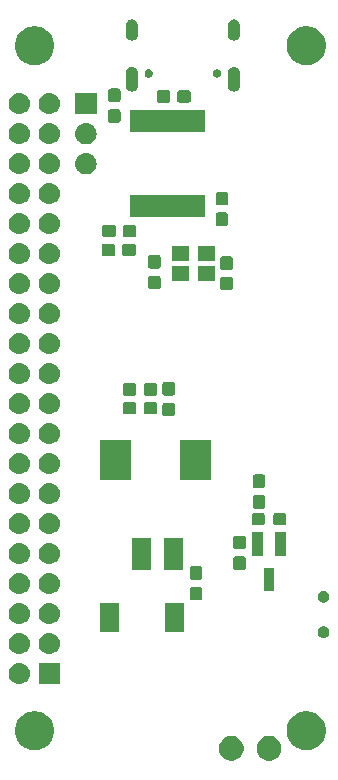
<source format=gbs>
G04 #@! TF.GenerationSoftware,KiCad,Pcbnew,(5.1.4)-1*
G04 #@! TF.CreationDate,2021-02-22T09:31:14+01:00*
G04 #@! TF.ProjectId,rgb_lcd_pihat,7267625f-6c63-4645-9f70-696861742e6b,rev?*
G04 #@! TF.SameCoordinates,Original*
G04 #@! TF.FileFunction,Soldermask,Bot*
G04 #@! TF.FilePolarity,Negative*
%FSLAX46Y46*%
G04 Gerber Fmt 4.6, Leading zero omitted, Abs format (unit mm)*
G04 Created by KiCad (PCBNEW (5.1.4)-1) date 2021-02-22 09:31:14*
%MOMM*%
%LPD*%
G04 APERTURE LIST*
%ADD10C,0.100000*%
G04 APERTURE END LIST*
D10*
G36*
X63906564Y-96989389D02*
G01*
X64097833Y-97068615D01*
X64097835Y-97068616D01*
X64269973Y-97183635D01*
X64416365Y-97330027D01*
X64531385Y-97502167D01*
X64610611Y-97693436D01*
X64651000Y-97896484D01*
X64651000Y-98103516D01*
X64610611Y-98306564D01*
X64531385Y-98497833D01*
X64531384Y-98497835D01*
X64416365Y-98669973D01*
X64269973Y-98816365D01*
X64097835Y-98931384D01*
X64097834Y-98931385D01*
X64097833Y-98931385D01*
X63906564Y-99010611D01*
X63703516Y-99051000D01*
X63496484Y-99051000D01*
X63293436Y-99010611D01*
X63102167Y-98931385D01*
X63102166Y-98931385D01*
X63102165Y-98931384D01*
X62930027Y-98816365D01*
X62783635Y-98669973D01*
X62668616Y-98497835D01*
X62668615Y-98497833D01*
X62589389Y-98306564D01*
X62549000Y-98103516D01*
X62549000Y-97896484D01*
X62589389Y-97693436D01*
X62668615Y-97502167D01*
X62783635Y-97330027D01*
X62930027Y-97183635D01*
X63102165Y-97068616D01*
X63102167Y-97068615D01*
X63293436Y-96989389D01*
X63496484Y-96949000D01*
X63703516Y-96949000D01*
X63906564Y-96989389D01*
X63906564Y-96989389D01*
G37*
G36*
X60706564Y-96989389D02*
G01*
X60897833Y-97068615D01*
X60897835Y-97068616D01*
X61069973Y-97183635D01*
X61216365Y-97330027D01*
X61331385Y-97502167D01*
X61410611Y-97693436D01*
X61451000Y-97896484D01*
X61451000Y-98103516D01*
X61410611Y-98306564D01*
X61331385Y-98497833D01*
X61331384Y-98497835D01*
X61216365Y-98669973D01*
X61069973Y-98816365D01*
X60897835Y-98931384D01*
X60897834Y-98931385D01*
X60897833Y-98931385D01*
X60706564Y-99010611D01*
X60503516Y-99051000D01*
X60296484Y-99051000D01*
X60093436Y-99010611D01*
X59902167Y-98931385D01*
X59902166Y-98931385D01*
X59902165Y-98931384D01*
X59730027Y-98816365D01*
X59583635Y-98669973D01*
X59468616Y-98497835D01*
X59468615Y-98497833D01*
X59389389Y-98306564D01*
X59349000Y-98103516D01*
X59349000Y-97896484D01*
X59389389Y-97693436D01*
X59468615Y-97502167D01*
X59583635Y-97330027D01*
X59730027Y-97183635D01*
X59902165Y-97068616D01*
X59902167Y-97068615D01*
X60093436Y-96989389D01*
X60296484Y-96949000D01*
X60503516Y-96949000D01*
X60706564Y-96989389D01*
X60706564Y-96989389D01*
G37*
G36*
X67125256Y-94891298D02*
G01*
X67231579Y-94912447D01*
X67532042Y-95036903D01*
X67802451Y-95217585D01*
X68032415Y-95447549D01*
X68213097Y-95717958D01*
X68337553Y-96018421D01*
X68401000Y-96337391D01*
X68401000Y-96662609D01*
X68337553Y-96981579D01*
X68213097Y-97282042D01*
X68032415Y-97552451D01*
X67802451Y-97782415D01*
X67532042Y-97963097D01*
X67231579Y-98087553D01*
X67151327Y-98103516D01*
X66912611Y-98151000D01*
X66587389Y-98151000D01*
X66348673Y-98103516D01*
X66268421Y-98087553D01*
X65967958Y-97963097D01*
X65697549Y-97782415D01*
X65467585Y-97552451D01*
X65286903Y-97282042D01*
X65162447Y-96981579D01*
X65099000Y-96662609D01*
X65099000Y-96337391D01*
X65162447Y-96018421D01*
X65286903Y-95717958D01*
X65467585Y-95447549D01*
X65697549Y-95217585D01*
X65967958Y-95036903D01*
X66268421Y-94912447D01*
X66374744Y-94891298D01*
X66587389Y-94849000D01*
X66912611Y-94849000D01*
X67125256Y-94891298D01*
X67125256Y-94891298D01*
G37*
G36*
X44125256Y-94891298D02*
G01*
X44231579Y-94912447D01*
X44532042Y-95036903D01*
X44802451Y-95217585D01*
X45032415Y-95447549D01*
X45213097Y-95717958D01*
X45337553Y-96018421D01*
X45401000Y-96337391D01*
X45401000Y-96662609D01*
X45337553Y-96981579D01*
X45213097Y-97282042D01*
X45032415Y-97552451D01*
X44802451Y-97782415D01*
X44532042Y-97963097D01*
X44231579Y-98087553D01*
X44151327Y-98103516D01*
X43912611Y-98151000D01*
X43587389Y-98151000D01*
X43348673Y-98103516D01*
X43268421Y-98087553D01*
X42967958Y-97963097D01*
X42697549Y-97782415D01*
X42467585Y-97552451D01*
X42286903Y-97282042D01*
X42162447Y-96981579D01*
X42099000Y-96662609D01*
X42099000Y-96337391D01*
X42162447Y-96018421D01*
X42286903Y-95717958D01*
X42467585Y-95447549D01*
X42697549Y-95217585D01*
X42967958Y-95036903D01*
X43268421Y-94912447D01*
X43374744Y-94891298D01*
X43587389Y-94849000D01*
X43912611Y-94849000D01*
X44125256Y-94891298D01*
X44125256Y-94891298D01*
G37*
G36*
X45901000Y-92561000D02*
G01*
X44099000Y-92561000D01*
X44099000Y-90759000D01*
X45901000Y-90759000D01*
X45901000Y-92561000D01*
X45901000Y-92561000D01*
G37*
G36*
X42570443Y-90765519D02*
G01*
X42636627Y-90772037D01*
X42806466Y-90823557D01*
X42962991Y-90907222D01*
X42998729Y-90936552D01*
X43100186Y-91019814D01*
X43183448Y-91121271D01*
X43212778Y-91157009D01*
X43296443Y-91313534D01*
X43347963Y-91483373D01*
X43365359Y-91660000D01*
X43347963Y-91836627D01*
X43296443Y-92006466D01*
X43212778Y-92162991D01*
X43183448Y-92198729D01*
X43100186Y-92300186D01*
X42998729Y-92383448D01*
X42962991Y-92412778D01*
X42806466Y-92496443D01*
X42636627Y-92547963D01*
X42570443Y-92554481D01*
X42504260Y-92561000D01*
X42415740Y-92561000D01*
X42349557Y-92554481D01*
X42283373Y-92547963D01*
X42113534Y-92496443D01*
X41957009Y-92412778D01*
X41921271Y-92383448D01*
X41819814Y-92300186D01*
X41736552Y-92198729D01*
X41707222Y-92162991D01*
X41623557Y-92006466D01*
X41572037Y-91836627D01*
X41554641Y-91660000D01*
X41572037Y-91483373D01*
X41623557Y-91313534D01*
X41707222Y-91157009D01*
X41736552Y-91121271D01*
X41819814Y-91019814D01*
X41921271Y-90936552D01*
X41957009Y-90907222D01*
X42113534Y-90823557D01*
X42283373Y-90772037D01*
X42349557Y-90765519D01*
X42415740Y-90759000D01*
X42504260Y-90759000D01*
X42570443Y-90765519D01*
X42570443Y-90765519D01*
G37*
G36*
X42570443Y-88225519D02*
G01*
X42636627Y-88232037D01*
X42806466Y-88283557D01*
X42806468Y-88283558D01*
X42884729Y-88325390D01*
X42962991Y-88367222D01*
X42998729Y-88396552D01*
X43100186Y-88479814D01*
X43183448Y-88581271D01*
X43212778Y-88617009D01*
X43296443Y-88773534D01*
X43347963Y-88943373D01*
X43365359Y-89120000D01*
X43347963Y-89296627D01*
X43296443Y-89466466D01*
X43212778Y-89622991D01*
X43183448Y-89658729D01*
X43100186Y-89760186D01*
X42998729Y-89843448D01*
X42962991Y-89872778D01*
X42806466Y-89956443D01*
X42636627Y-90007963D01*
X42570442Y-90014482D01*
X42504260Y-90021000D01*
X42415740Y-90021000D01*
X42349558Y-90014482D01*
X42283373Y-90007963D01*
X42113534Y-89956443D01*
X41957009Y-89872778D01*
X41921271Y-89843448D01*
X41819814Y-89760186D01*
X41736552Y-89658729D01*
X41707222Y-89622991D01*
X41623557Y-89466466D01*
X41572037Y-89296627D01*
X41554641Y-89120000D01*
X41572037Y-88943373D01*
X41623557Y-88773534D01*
X41707222Y-88617009D01*
X41736552Y-88581271D01*
X41819814Y-88479814D01*
X41921271Y-88396552D01*
X41957009Y-88367222D01*
X42035271Y-88325390D01*
X42113532Y-88283558D01*
X42113534Y-88283557D01*
X42283373Y-88232037D01*
X42349557Y-88225519D01*
X42415740Y-88219000D01*
X42504260Y-88219000D01*
X42570443Y-88225519D01*
X42570443Y-88225519D01*
G37*
G36*
X45110443Y-88225519D02*
G01*
X45176627Y-88232037D01*
X45346466Y-88283557D01*
X45346468Y-88283558D01*
X45424729Y-88325390D01*
X45502991Y-88367222D01*
X45538729Y-88396552D01*
X45640186Y-88479814D01*
X45723448Y-88581271D01*
X45752778Y-88617009D01*
X45836443Y-88773534D01*
X45887963Y-88943373D01*
X45905359Y-89120000D01*
X45887963Y-89296627D01*
X45836443Y-89466466D01*
X45752778Y-89622991D01*
X45723448Y-89658729D01*
X45640186Y-89760186D01*
X45538729Y-89843448D01*
X45502991Y-89872778D01*
X45346466Y-89956443D01*
X45176627Y-90007963D01*
X45110442Y-90014482D01*
X45044260Y-90021000D01*
X44955740Y-90021000D01*
X44889558Y-90014482D01*
X44823373Y-90007963D01*
X44653534Y-89956443D01*
X44497009Y-89872778D01*
X44461271Y-89843448D01*
X44359814Y-89760186D01*
X44276552Y-89658729D01*
X44247222Y-89622991D01*
X44163557Y-89466466D01*
X44112037Y-89296627D01*
X44094641Y-89120000D01*
X44112037Y-88943373D01*
X44163557Y-88773534D01*
X44247222Y-88617009D01*
X44276552Y-88581271D01*
X44359814Y-88479814D01*
X44461271Y-88396552D01*
X44497009Y-88367222D01*
X44575271Y-88325390D01*
X44653532Y-88283558D01*
X44653534Y-88283557D01*
X44823373Y-88232037D01*
X44889557Y-88225519D01*
X44955740Y-88219000D01*
X45044260Y-88219000D01*
X45110443Y-88225519D01*
X45110443Y-88225519D01*
G37*
G36*
X68307740Y-87658626D02*
G01*
X68356136Y-87668253D01*
X68393902Y-87683896D01*
X68447311Y-87706019D01*
X68447312Y-87706020D01*
X68529369Y-87760848D01*
X68599152Y-87830631D01*
X68599153Y-87830633D01*
X68653981Y-87912689D01*
X68691747Y-88003865D01*
X68711000Y-88100655D01*
X68711000Y-88199345D01*
X68691747Y-88296135D01*
X68653981Y-88387311D01*
X68653980Y-88387312D01*
X68599152Y-88469369D01*
X68529369Y-88539152D01*
X68488062Y-88566752D01*
X68447311Y-88593981D01*
X68393902Y-88616104D01*
X68356136Y-88631747D01*
X68307740Y-88641373D01*
X68259345Y-88651000D01*
X68160655Y-88651000D01*
X68112260Y-88641373D01*
X68063864Y-88631747D01*
X68026098Y-88616104D01*
X67972689Y-88593981D01*
X67931938Y-88566752D01*
X67890631Y-88539152D01*
X67820848Y-88469369D01*
X67766020Y-88387312D01*
X67766019Y-88387311D01*
X67728253Y-88296135D01*
X67709000Y-88199345D01*
X67709000Y-88100655D01*
X67728253Y-88003865D01*
X67766019Y-87912689D01*
X67820847Y-87830633D01*
X67820848Y-87830631D01*
X67890631Y-87760848D01*
X67972688Y-87706020D01*
X67972689Y-87706019D01*
X68026098Y-87683896D01*
X68063864Y-87668253D01*
X68112260Y-87658626D01*
X68160655Y-87649000D01*
X68259345Y-87649000D01*
X68307740Y-87658626D01*
X68307740Y-87658626D01*
G37*
G36*
X50901000Y-88151000D02*
G01*
X49299000Y-88151000D01*
X49299000Y-85649000D01*
X50901000Y-85649000D01*
X50901000Y-88151000D01*
X50901000Y-88151000D01*
G37*
G36*
X56401000Y-88151000D02*
G01*
X54799000Y-88151000D01*
X54799000Y-85649000D01*
X56401000Y-85649000D01*
X56401000Y-88151000D01*
X56401000Y-88151000D01*
G37*
G36*
X42570442Y-85685518D02*
G01*
X42636627Y-85692037D01*
X42806466Y-85743557D01*
X42962991Y-85827222D01*
X42998729Y-85856552D01*
X43100186Y-85939814D01*
X43183448Y-86041271D01*
X43212778Y-86077009D01*
X43296443Y-86233534D01*
X43347963Y-86403373D01*
X43365359Y-86580000D01*
X43347963Y-86756627D01*
X43296443Y-86926466D01*
X43212778Y-87082991D01*
X43183448Y-87118729D01*
X43100186Y-87220186D01*
X42998729Y-87303448D01*
X42962991Y-87332778D01*
X42806466Y-87416443D01*
X42636627Y-87467963D01*
X42570442Y-87474482D01*
X42504260Y-87481000D01*
X42415740Y-87481000D01*
X42349558Y-87474482D01*
X42283373Y-87467963D01*
X42113534Y-87416443D01*
X41957009Y-87332778D01*
X41921271Y-87303448D01*
X41819814Y-87220186D01*
X41736552Y-87118729D01*
X41707222Y-87082991D01*
X41623557Y-86926466D01*
X41572037Y-86756627D01*
X41554641Y-86580000D01*
X41572037Y-86403373D01*
X41623557Y-86233534D01*
X41707222Y-86077009D01*
X41736552Y-86041271D01*
X41819814Y-85939814D01*
X41921271Y-85856552D01*
X41957009Y-85827222D01*
X42113534Y-85743557D01*
X42283373Y-85692037D01*
X42349558Y-85685518D01*
X42415740Y-85679000D01*
X42504260Y-85679000D01*
X42570442Y-85685518D01*
X42570442Y-85685518D01*
G37*
G36*
X45110442Y-85685518D02*
G01*
X45176627Y-85692037D01*
X45346466Y-85743557D01*
X45502991Y-85827222D01*
X45538729Y-85856552D01*
X45640186Y-85939814D01*
X45723448Y-86041271D01*
X45752778Y-86077009D01*
X45836443Y-86233534D01*
X45887963Y-86403373D01*
X45905359Y-86580000D01*
X45887963Y-86756627D01*
X45836443Y-86926466D01*
X45752778Y-87082991D01*
X45723448Y-87118729D01*
X45640186Y-87220186D01*
X45538729Y-87303448D01*
X45502991Y-87332778D01*
X45346466Y-87416443D01*
X45176627Y-87467963D01*
X45110442Y-87474482D01*
X45044260Y-87481000D01*
X44955740Y-87481000D01*
X44889558Y-87474482D01*
X44823373Y-87467963D01*
X44653534Y-87416443D01*
X44497009Y-87332778D01*
X44461271Y-87303448D01*
X44359814Y-87220186D01*
X44276552Y-87118729D01*
X44247222Y-87082991D01*
X44163557Y-86926466D01*
X44112037Y-86756627D01*
X44094641Y-86580000D01*
X44112037Y-86403373D01*
X44163557Y-86233534D01*
X44247222Y-86077009D01*
X44276552Y-86041271D01*
X44359814Y-85939814D01*
X44461271Y-85856552D01*
X44497009Y-85827222D01*
X44653534Y-85743557D01*
X44823373Y-85692037D01*
X44889558Y-85685518D01*
X44955740Y-85679000D01*
X45044260Y-85679000D01*
X45110442Y-85685518D01*
X45110442Y-85685518D01*
G37*
G36*
X68307740Y-84658627D02*
G01*
X68356136Y-84668253D01*
X68384942Y-84680185D01*
X68447311Y-84706019D01*
X68447312Y-84706020D01*
X68529369Y-84760848D01*
X68599152Y-84830631D01*
X68599153Y-84830633D01*
X68653981Y-84912689D01*
X68676104Y-84966098D01*
X68691747Y-85003864D01*
X68711000Y-85100656D01*
X68711000Y-85199344D01*
X68691747Y-85296136D01*
X68676104Y-85333902D01*
X68653981Y-85387311D01*
X68653980Y-85387312D01*
X68599152Y-85469369D01*
X68529369Y-85539152D01*
X68488062Y-85566752D01*
X68447311Y-85593981D01*
X68393902Y-85616104D01*
X68356136Y-85631747D01*
X68307740Y-85641374D01*
X68259345Y-85651000D01*
X68160655Y-85651000D01*
X68112260Y-85641374D01*
X68063864Y-85631747D01*
X68026098Y-85616104D01*
X67972689Y-85593981D01*
X67931938Y-85566752D01*
X67890631Y-85539152D01*
X67820848Y-85469369D01*
X67766020Y-85387312D01*
X67766019Y-85387311D01*
X67743896Y-85333902D01*
X67728253Y-85296136D01*
X67709000Y-85199344D01*
X67709000Y-85100656D01*
X67728253Y-85003864D01*
X67743896Y-84966098D01*
X67766019Y-84912689D01*
X67820847Y-84830633D01*
X67820848Y-84830631D01*
X67890631Y-84760848D01*
X67972688Y-84706020D01*
X67972689Y-84706019D01*
X68035058Y-84680185D01*
X68063864Y-84668253D01*
X68112260Y-84658627D01*
X68160655Y-84649000D01*
X68259345Y-84649000D01*
X68307740Y-84658627D01*
X68307740Y-84658627D01*
G37*
G36*
X57764499Y-84328445D02*
G01*
X57801995Y-84339820D01*
X57836554Y-84358292D01*
X57866847Y-84383153D01*
X57891708Y-84413446D01*
X57910180Y-84448005D01*
X57921555Y-84485501D01*
X57926000Y-84530638D01*
X57926000Y-85269362D01*
X57921555Y-85314499D01*
X57910180Y-85351995D01*
X57891708Y-85386554D01*
X57866847Y-85416847D01*
X57836554Y-85441708D01*
X57801995Y-85460180D01*
X57764499Y-85471555D01*
X57719362Y-85476000D01*
X57080638Y-85476000D01*
X57035501Y-85471555D01*
X56998005Y-85460180D01*
X56963446Y-85441708D01*
X56933153Y-85416847D01*
X56908292Y-85386554D01*
X56889820Y-85351995D01*
X56878445Y-85314499D01*
X56874000Y-85269362D01*
X56874000Y-84530638D01*
X56878445Y-84485501D01*
X56889820Y-84448005D01*
X56908292Y-84413446D01*
X56933153Y-84383153D01*
X56963446Y-84358292D01*
X56998005Y-84339820D01*
X57035501Y-84328445D01*
X57080638Y-84324000D01*
X57719362Y-84324000D01*
X57764499Y-84328445D01*
X57764499Y-84328445D01*
G37*
G36*
X42570442Y-83145518D02*
G01*
X42636627Y-83152037D01*
X42806466Y-83203557D01*
X42962991Y-83287222D01*
X42998729Y-83316552D01*
X43100186Y-83399814D01*
X43183448Y-83501271D01*
X43212778Y-83537009D01*
X43296443Y-83693534D01*
X43347963Y-83863373D01*
X43365359Y-84040000D01*
X43347963Y-84216627D01*
X43296443Y-84386466D01*
X43212778Y-84542991D01*
X43183448Y-84578729D01*
X43100186Y-84680186D01*
X43001899Y-84760847D01*
X42962991Y-84792778D01*
X42806466Y-84876443D01*
X42636627Y-84927963D01*
X42570443Y-84934481D01*
X42504260Y-84941000D01*
X42415740Y-84941000D01*
X42349557Y-84934481D01*
X42283373Y-84927963D01*
X42113534Y-84876443D01*
X41957009Y-84792778D01*
X41918101Y-84760847D01*
X41819814Y-84680186D01*
X41736552Y-84578729D01*
X41707222Y-84542991D01*
X41623557Y-84386466D01*
X41572037Y-84216627D01*
X41554641Y-84040000D01*
X41572037Y-83863373D01*
X41623557Y-83693534D01*
X41707222Y-83537009D01*
X41736552Y-83501271D01*
X41819814Y-83399814D01*
X41921271Y-83316552D01*
X41957009Y-83287222D01*
X42113534Y-83203557D01*
X42283373Y-83152037D01*
X42349558Y-83145518D01*
X42415740Y-83139000D01*
X42504260Y-83139000D01*
X42570442Y-83145518D01*
X42570442Y-83145518D01*
G37*
G36*
X45110442Y-83145518D02*
G01*
X45176627Y-83152037D01*
X45346466Y-83203557D01*
X45502991Y-83287222D01*
X45538729Y-83316552D01*
X45640186Y-83399814D01*
X45723448Y-83501271D01*
X45752778Y-83537009D01*
X45836443Y-83693534D01*
X45887963Y-83863373D01*
X45905359Y-84040000D01*
X45887963Y-84216627D01*
X45836443Y-84386466D01*
X45752778Y-84542991D01*
X45723448Y-84578729D01*
X45640186Y-84680186D01*
X45541899Y-84760847D01*
X45502991Y-84792778D01*
X45346466Y-84876443D01*
X45176627Y-84927963D01*
X45110443Y-84934481D01*
X45044260Y-84941000D01*
X44955740Y-84941000D01*
X44889557Y-84934481D01*
X44823373Y-84927963D01*
X44653534Y-84876443D01*
X44497009Y-84792778D01*
X44458101Y-84760847D01*
X44359814Y-84680186D01*
X44276552Y-84578729D01*
X44247222Y-84542991D01*
X44163557Y-84386466D01*
X44112037Y-84216627D01*
X44094641Y-84040000D01*
X44112037Y-83863373D01*
X44163557Y-83693534D01*
X44247222Y-83537009D01*
X44276552Y-83501271D01*
X44359814Y-83399814D01*
X44461271Y-83316552D01*
X44497009Y-83287222D01*
X44653534Y-83203557D01*
X44823373Y-83152037D01*
X44889558Y-83145518D01*
X44955740Y-83139000D01*
X45044260Y-83139000D01*
X45110442Y-83145518D01*
X45110442Y-83145518D01*
G37*
G36*
X64051000Y-84701000D02*
G01*
X63149000Y-84701000D01*
X63149000Y-82699000D01*
X64051000Y-82699000D01*
X64051000Y-84701000D01*
X64051000Y-84701000D01*
G37*
G36*
X57764499Y-82578445D02*
G01*
X57801995Y-82589820D01*
X57836554Y-82608292D01*
X57866847Y-82633153D01*
X57891708Y-82663446D01*
X57910180Y-82698005D01*
X57921555Y-82735501D01*
X57926000Y-82780638D01*
X57926000Y-83519362D01*
X57921555Y-83564499D01*
X57910180Y-83601995D01*
X57891708Y-83636554D01*
X57866847Y-83666847D01*
X57836554Y-83691708D01*
X57801995Y-83710180D01*
X57764499Y-83721555D01*
X57719362Y-83726000D01*
X57080638Y-83726000D01*
X57035501Y-83721555D01*
X56998005Y-83710180D01*
X56963446Y-83691708D01*
X56933153Y-83666847D01*
X56908292Y-83636554D01*
X56889820Y-83601995D01*
X56878445Y-83564499D01*
X56874000Y-83519362D01*
X56874000Y-82780638D01*
X56878445Y-82735501D01*
X56889820Y-82698005D01*
X56908292Y-82663446D01*
X56933153Y-82633153D01*
X56963446Y-82608292D01*
X56998005Y-82589820D01*
X57035501Y-82578445D01*
X57080638Y-82574000D01*
X57719362Y-82574000D01*
X57764499Y-82578445D01*
X57764499Y-82578445D01*
G37*
G36*
X61464499Y-81728445D02*
G01*
X61501995Y-81739820D01*
X61536554Y-81758292D01*
X61566847Y-81783153D01*
X61591708Y-81813446D01*
X61610180Y-81848005D01*
X61621555Y-81885501D01*
X61626000Y-81930638D01*
X61626000Y-82669362D01*
X61621555Y-82714499D01*
X61610180Y-82751995D01*
X61591708Y-82786554D01*
X61566847Y-82816847D01*
X61536554Y-82841708D01*
X61501995Y-82860180D01*
X61464499Y-82871555D01*
X61419362Y-82876000D01*
X60780638Y-82876000D01*
X60735501Y-82871555D01*
X60698005Y-82860180D01*
X60663446Y-82841708D01*
X60633153Y-82816847D01*
X60608292Y-82786554D01*
X60589820Y-82751995D01*
X60578445Y-82714499D01*
X60574000Y-82669362D01*
X60574000Y-81930638D01*
X60578445Y-81885501D01*
X60589820Y-81848005D01*
X60608292Y-81813446D01*
X60633153Y-81783153D01*
X60663446Y-81758292D01*
X60698005Y-81739820D01*
X60735501Y-81728445D01*
X60780638Y-81724000D01*
X61419362Y-81724000D01*
X61464499Y-81728445D01*
X61464499Y-81728445D01*
G37*
G36*
X56331000Y-82876000D02*
G01*
X54669000Y-82876000D01*
X54669000Y-80224000D01*
X56331000Y-80224000D01*
X56331000Y-82876000D01*
X56331000Y-82876000D01*
G37*
G36*
X53631000Y-82876000D02*
G01*
X51969000Y-82876000D01*
X51969000Y-80224000D01*
X53631000Y-80224000D01*
X53631000Y-82876000D01*
X53631000Y-82876000D01*
G37*
G36*
X42570443Y-80605519D02*
G01*
X42636627Y-80612037D01*
X42806466Y-80663557D01*
X42962991Y-80747222D01*
X42998729Y-80776552D01*
X43100186Y-80859814D01*
X43183448Y-80961271D01*
X43212778Y-80997009D01*
X43296443Y-81153534D01*
X43347963Y-81323373D01*
X43365359Y-81500000D01*
X43347963Y-81676627D01*
X43296443Y-81846466D01*
X43212778Y-82002991D01*
X43183448Y-82038729D01*
X43100186Y-82140186D01*
X42998729Y-82223448D01*
X42962991Y-82252778D01*
X42806466Y-82336443D01*
X42636627Y-82387963D01*
X42570442Y-82394482D01*
X42504260Y-82401000D01*
X42415740Y-82401000D01*
X42349558Y-82394482D01*
X42283373Y-82387963D01*
X42113534Y-82336443D01*
X41957009Y-82252778D01*
X41921271Y-82223448D01*
X41819814Y-82140186D01*
X41736552Y-82038729D01*
X41707222Y-82002991D01*
X41623557Y-81846466D01*
X41572037Y-81676627D01*
X41554641Y-81500000D01*
X41572037Y-81323373D01*
X41623557Y-81153534D01*
X41707222Y-80997009D01*
X41736552Y-80961271D01*
X41819814Y-80859814D01*
X41921271Y-80776552D01*
X41957009Y-80747222D01*
X42113534Y-80663557D01*
X42283373Y-80612037D01*
X42349557Y-80605519D01*
X42415740Y-80599000D01*
X42504260Y-80599000D01*
X42570443Y-80605519D01*
X42570443Y-80605519D01*
G37*
G36*
X45110443Y-80605519D02*
G01*
X45176627Y-80612037D01*
X45346466Y-80663557D01*
X45502991Y-80747222D01*
X45538729Y-80776552D01*
X45640186Y-80859814D01*
X45723448Y-80961271D01*
X45752778Y-80997009D01*
X45836443Y-81153534D01*
X45887963Y-81323373D01*
X45905359Y-81500000D01*
X45887963Y-81676627D01*
X45836443Y-81846466D01*
X45752778Y-82002991D01*
X45723448Y-82038729D01*
X45640186Y-82140186D01*
X45538729Y-82223448D01*
X45502991Y-82252778D01*
X45346466Y-82336443D01*
X45176627Y-82387963D01*
X45110442Y-82394482D01*
X45044260Y-82401000D01*
X44955740Y-82401000D01*
X44889558Y-82394482D01*
X44823373Y-82387963D01*
X44653534Y-82336443D01*
X44497009Y-82252778D01*
X44461271Y-82223448D01*
X44359814Y-82140186D01*
X44276552Y-82038729D01*
X44247222Y-82002991D01*
X44163557Y-81846466D01*
X44112037Y-81676627D01*
X44094641Y-81500000D01*
X44112037Y-81323373D01*
X44163557Y-81153534D01*
X44247222Y-80997009D01*
X44276552Y-80961271D01*
X44359814Y-80859814D01*
X44461271Y-80776552D01*
X44497009Y-80747222D01*
X44653534Y-80663557D01*
X44823373Y-80612037D01*
X44889557Y-80605519D01*
X44955740Y-80599000D01*
X45044260Y-80599000D01*
X45110443Y-80605519D01*
X45110443Y-80605519D01*
G37*
G36*
X65001000Y-81701000D02*
G01*
X64099000Y-81701000D01*
X64099000Y-79699000D01*
X65001000Y-79699000D01*
X65001000Y-81701000D01*
X65001000Y-81701000D01*
G37*
G36*
X63101000Y-81701000D02*
G01*
X62199000Y-81701000D01*
X62199000Y-79699000D01*
X63101000Y-79699000D01*
X63101000Y-81701000D01*
X63101000Y-81701000D01*
G37*
G36*
X61464499Y-79978445D02*
G01*
X61501995Y-79989820D01*
X61536554Y-80008292D01*
X61566847Y-80033153D01*
X61591708Y-80063446D01*
X61610180Y-80098005D01*
X61621555Y-80135501D01*
X61626000Y-80180638D01*
X61626000Y-80919362D01*
X61621555Y-80964499D01*
X61610180Y-81001995D01*
X61591708Y-81036554D01*
X61566847Y-81066847D01*
X61536554Y-81091708D01*
X61501995Y-81110180D01*
X61464499Y-81121555D01*
X61419362Y-81126000D01*
X60780638Y-81126000D01*
X60735501Y-81121555D01*
X60698005Y-81110180D01*
X60663446Y-81091708D01*
X60633153Y-81066847D01*
X60608292Y-81036554D01*
X60589820Y-81001995D01*
X60578445Y-80964499D01*
X60574000Y-80919362D01*
X60574000Y-80180638D01*
X60578445Y-80135501D01*
X60589820Y-80098005D01*
X60608292Y-80063446D01*
X60633153Y-80033153D01*
X60663446Y-80008292D01*
X60698005Y-79989820D01*
X60735501Y-79978445D01*
X60780638Y-79974000D01*
X61419362Y-79974000D01*
X61464499Y-79978445D01*
X61464499Y-79978445D01*
G37*
G36*
X42570442Y-78065518D02*
G01*
X42636627Y-78072037D01*
X42806466Y-78123557D01*
X42806468Y-78123558D01*
X42884729Y-78165390D01*
X42962991Y-78207222D01*
X42997449Y-78235501D01*
X43100186Y-78319814D01*
X43183448Y-78421271D01*
X43212778Y-78457009D01*
X43296443Y-78613534D01*
X43347963Y-78783373D01*
X43365359Y-78960000D01*
X43347963Y-79136627D01*
X43296443Y-79306466D01*
X43212778Y-79462991D01*
X43183448Y-79498729D01*
X43100186Y-79600186D01*
X42998729Y-79683448D01*
X42962991Y-79712778D01*
X42806466Y-79796443D01*
X42636627Y-79847963D01*
X42570443Y-79854481D01*
X42504260Y-79861000D01*
X42415740Y-79861000D01*
X42349557Y-79854481D01*
X42283373Y-79847963D01*
X42113534Y-79796443D01*
X41957009Y-79712778D01*
X41921271Y-79683448D01*
X41819814Y-79600186D01*
X41736552Y-79498729D01*
X41707222Y-79462991D01*
X41623557Y-79306466D01*
X41572037Y-79136627D01*
X41554641Y-78960000D01*
X41572037Y-78783373D01*
X41623557Y-78613534D01*
X41707222Y-78457009D01*
X41736552Y-78421271D01*
X41819814Y-78319814D01*
X41922551Y-78235501D01*
X41957009Y-78207222D01*
X42035271Y-78165390D01*
X42113532Y-78123558D01*
X42113534Y-78123557D01*
X42283373Y-78072037D01*
X42349558Y-78065518D01*
X42415740Y-78059000D01*
X42504260Y-78059000D01*
X42570442Y-78065518D01*
X42570442Y-78065518D01*
G37*
G36*
X45110442Y-78065518D02*
G01*
X45176627Y-78072037D01*
X45346466Y-78123557D01*
X45346468Y-78123558D01*
X45424729Y-78165390D01*
X45502991Y-78207222D01*
X45537449Y-78235501D01*
X45640186Y-78319814D01*
X45723448Y-78421271D01*
X45752778Y-78457009D01*
X45836443Y-78613534D01*
X45887963Y-78783373D01*
X45905359Y-78960000D01*
X45887963Y-79136627D01*
X45836443Y-79306466D01*
X45752778Y-79462991D01*
X45723448Y-79498729D01*
X45640186Y-79600186D01*
X45538729Y-79683448D01*
X45502991Y-79712778D01*
X45346466Y-79796443D01*
X45176627Y-79847963D01*
X45110443Y-79854481D01*
X45044260Y-79861000D01*
X44955740Y-79861000D01*
X44889557Y-79854481D01*
X44823373Y-79847963D01*
X44653534Y-79796443D01*
X44497009Y-79712778D01*
X44461271Y-79683448D01*
X44359814Y-79600186D01*
X44276552Y-79498729D01*
X44247222Y-79462991D01*
X44163557Y-79306466D01*
X44112037Y-79136627D01*
X44094641Y-78960000D01*
X44112037Y-78783373D01*
X44163557Y-78613534D01*
X44247222Y-78457009D01*
X44276552Y-78421271D01*
X44359814Y-78319814D01*
X44462551Y-78235501D01*
X44497009Y-78207222D01*
X44575271Y-78165390D01*
X44653532Y-78123558D01*
X44653534Y-78123557D01*
X44823373Y-78072037D01*
X44889558Y-78065518D01*
X44955740Y-78059000D01*
X45044260Y-78059000D01*
X45110442Y-78065518D01*
X45110442Y-78065518D01*
G37*
G36*
X63064499Y-78078445D02*
G01*
X63101995Y-78089820D01*
X63136554Y-78108292D01*
X63166847Y-78133153D01*
X63191708Y-78163446D01*
X63210180Y-78198005D01*
X63221555Y-78235501D01*
X63226000Y-78280638D01*
X63226000Y-78919362D01*
X63221555Y-78964499D01*
X63210180Y-79001995D01*
X63191708Y-79036554D01*
X63166847Y-79066847D01*
X63136554Y-79091708D01*
X63101995Y-79110180D01*
X63064499Y-79121555D01*
X63019362Y-79126000D01*
X62355638Y-79126000D01*
X62310501Y-79121555D01*
X62273005Y-79110180D01*
X62238446Y-79091708D01*
X62208153Y-79066847D01*
X62183292Y-79036554D01*
X62164820Y-79001995D01*
X62153445Y-78964499D01*
X62149000Y-78919362D01*
X62149000Y-78280638D01*
X62153445Y-78235501D01*
X62164820Y-78198005D01*
X62183292Y-78163446D01*
X62208153Y-78133153D01*
X62238446Y-78108292D01*
X62273005Y-78089820D01*
X62310501Y-78078445D01*
X62355638Y-78074000D01*
X63019362Y-78074000D01*
X63064499Y-78078445D01*
X63064499Y-78078445D01*
G37*
G36*
X64889499Y-78078445D02*
G01*
X64926995Y-78089820D01*
X64961554Y-78108292D01*
X64991847Y-78133153D01*
X65016708Y-78163446D01*
X65035180Y-78198005D01*
X65046555Y-78235501D01*
X65051000Y-78280638D01*
X65051000Y-78919362D01*
X65046555Y-78964499D01*
X65035180Y-79001995D01*
X65016708Y-79036554D01*
X64991847Y-79066847D01*
X64961554Y-79091708D01*
X64926995Y-79110180D01*
X64889499Y-79121555D01*
X64844362Y-79126000D01*
X64180638Y-79126000D01*
X64135501Y-79121555D01*
X64098005Y-79110180D01*
X64063446Y-79091708D01*
X64033153Y-79066847D01*
X64008292Y-79036554D01*
X63989820Y-79001995D01*
X63978445Y-78964499D01*
X63974000Y-78919362D01*
X63974000Y-78280638D01*
X63978445Y-78235501D01*
X63989820Y-78198005D01*
X64008292Y-78163446D01*
X64033153Y-78133153D01*
X64063446Y-78108292D01*
X64098005Y-78089820D01*
X64135501Y-78078445D01*
X64180638Y-78074000D01*
X64844362Y-78074000D01*
X64889499Y-78078445D01*
X64889499Y-78078445D01*
G37*
G36*
X63114499Y-76553445D02*
G01*
X63151995Y-76564820D01*
X63186554Y-76583292D01*
X63216847Y-76608153D01*
X63241708Y-76638446D01*
X63260180Y-76673005D01*
X63271555Y-76710501D01*
X63276000Y-76755638D01*
X63276000Y-77494362D01*
X63271555Y-77539499D01*
X63260180Y-77576995D01*
X63241708Y-77611554D01*
X63216847Y-77641847D01*
X63186554Y-77666708D01*
X63151995Y-77685180D01*
X63114499Y-77696555D01*
X63069362Y-77701000D01*
X62430638Y-77701000D01*
X62385501Y-77696555D01*
X62348005Y-77685180D01*
X62313446Y-77666708D01*
X62283153Y-77641847D01*
X62258292Y-77611554D01*
X62239820Y-77576995D01*
X62228445Y-77539499D01*
X62224000Y-77494362D01*
X62224000Y-76755638D01*
X62228445Y-76710501D01*
X62239820Y-76673005D01*
X62258292Y-76638446D01*
X62283153Y-76608153D01*
X62313446Y-76583292D01*
X62348005Y-76564820D01*
X62385501Y-76553445D01*
X62430638Y-76549000D01*
X63069362Y-76549000D01*
X63114499Y-76553445D01*
X63114499Y-76553445D01*
G37*
G36*
X45110442Y-75525518D02*
G01*
X45176627Y-75532037D01*
X45346466Y-75583557D01*
X45502991Y-75667222D01*
X45528309Y-75688000D01*
X45640186Y-75779814D01*
X45707267Y-75861554D01*
X45752778Y-75917009D01*
X45836443Y-76073534D01*
X45887963Y-76243373D01*
X45905359Y-76420000D01*
X45887963Y-76596627D01*
X45836443Y-76766466D01*
X45752778Y-76922991D01*
X45723448Y-76958729D01*
X45640186Y-77060186D01*
X45538729Y-77143448D01*
X45502991Y-77172778D01*
X45346466Y-77256443D01*
X45176627Y-77307963D01*
X45110442Y-77314482D01*
X45044260Y-77321000D01*
X44955740Y-77321000D01*
X44889558Y-77314482D01*
X44823373Y-77307963D01*
X44653534Y-77256443D01*
X44497009Y-77172778D01*
X44461271Y-77143448D01*
X44359814Y-77060186D01*
X44276552Y-76958729D01*
X44247222Y-76922991D01*
X44163557Y-76766466D01*
X44112037Y-76596627D01*
X44094641Y-76420000D01*
X44112037Y-76243373D01*
X44163557Y-76073534D01*
X44247222Y-75917009D01*
X44292733Y-75861554D01*
X44359814Y-75779814D01*
X44471691Y-75688000D01*
X44497009Y-75667222D01*
X44653534Y-75583557D01*
X44823373Y-75532037D01*
X44889558Y-75525518D01*
X44955740Y-75519000D01*
X45044260Y-75519000D01*
X45110442Y-75525518D01*
X45110442Y-75525518D01*
G37*
G36*
X42570442Y-75525518D02*
G01*
X42636627Y-75532037D01*
X42806466Y-75583557D01*
X42962991Y-75667222D01*
X42988309Y-75688000D01*
X43100186Y-75779814D01*
X43167267Y-75861554D01*
X43212778Y-75917009D01*
X43296443Y-76073534D01*
X43347963Y-76243373D01*
X43365359Y-76420000D01*
X43347963Y-76596627D01*
X43296443Y-76766466D01*
X43212778Y-76922991D01*
X43183448Y-76958729D01*
X43100186Y-77060186D01*
X42998729Y-77143448D01*
X42962991Y-77172778D01*
X42806466Y-77256443D01*
X42636627Y-77307963D01*
X42570442Y-77314482D01*
X42504260Y-77321000D01*
X42415740Y-77321000D01*
X42349558Y-77314482D01*
X42283373Y-77307963D01*
X42113534Y-77256443D01*
X41957009Y-77172778D01*
X41921271Y-77143448D01*
X41819814Y-77060186D01*
X41736552Y-76958729D01*
X41707222Y-76922991D01*
X41623557Y-76766466D01*
X41572037Y-76596627D01*
X41554641Y-76420000D01*
X41572037Y-76243373D01*
X41623557Y-76073534D01*
X41707222Y-75917009D01*
X41752733Y-75861554D01*
X41819814Y-75779814D01*
X41931691Y-75688000D01*
X41957009Y-75667222D01*
X42113534Y-75583557D01*
X42283373Y-75532037D01*
X42349558Y-75525518D01*
X42415740Y-75519000D01*
X42504260Y-75519000D01*
X42570442Y-75525518D01*
X42570442Y-75525518D01*
G37*
G36*
X63114499Y-74803445D02*
G01*
X63151995Y-74814820D01*
X63186554Y-74833292D01*
X63216847Y-74858153D01*
X63241708Y-74888446D01*
X63260180Y-74923005D01*
X63271555Y-74960501D01*
X63276000Y-75005638D01*
X63276000Y-75744362D01*
X63271555Y-75789499D01*
X63260180Y-75826995D01*
X63241708Y-75861554D01*
X63216847Y-75891847D01*
X63186554Y-75916708D01*
X63151995Y-75935180D01*
X63114499Y-75946555D01*
X63069362Y-75951000D01*
X62430638Y-75951000D01*
X62385501Y-75946555D01*
X62348005Y-75935180D01*
X62313446Y-75916708D01*
X62283153Y-75891847D01*
X62258292Y-75861554D01*
X62239820Y-75826995D01*
X62228445Y-75789499D01*
X62224000Y-75744362D01*
X62224000Y-75005638D01*
X62228445Y-74960501D01*
X62239820Y-74923005D01*
X62258292Y-74888446D01*
X62283153Y-74858153D01*
X62313446Y-74833292D01*
X62348005Y-74814820D01*
X62385501Y-74803445D01*
X62430638Y-74799000D01*
X63069362Y-74799000D01*
X63114499Y-74803445D01*
X63114499Y-74803445D01*
G37*
G36*
X58701000Y-75301000D02*
G01*
X56099000Y-75301000D01*
X56099000Y-71899000D01*
X58701000Y-71899000D01*
X58701000Y-75301000D01*
X58701000Y-75301000D01*
G37*
G36*
X51901000Y-75301000D02*
G01*
X49299000Y-75301000D01*
X49299000Y-71899000D01*
X51901000Y-71899000D01*
X51901000Y-75301000D01*
X51901000Y-75301000D01*
G37*
G36*
X42570442Y-72985518D02*
G01*
X42636627Y-72992037D01*
X42806466Y-73043557D01*
X42962991Y-73127222D01*
X42998729Y-73156552D01*
X43100186Y-73239814D01*
X43183448Y-73341271D01*
X43212778Y-73377009D01*
X43296443Y-73533534D01*
X43347963Y-73703373D01*
X43365359Y-73880000D01*
X43347963Y-74056627D01*
X43296443Y-74226466D01*
X43212778Y-74382991D01*
X43183448Y-74418729D01*
X43100186Y-74520186D01*
X42998729Y-74603448D01*
X42962991Y-74632778D01*
X42806466Y-74716443D01*
X42636627Y-74767963D01*
X42570442Y-74774482D01*
X42504260Y-74781000D01*
X42415740Y-74781000D01*
X42349558Y-74774482D01*
X42283373Y-74767963D01*
X42113534Y-74716443D01*
X41957009Y-74632778D01*
X41921271Y-74603448D01*
X41819814Y-74520186D01*
X41736552Y-74418729D01*
X41707222Y-74382991D01*
X41623557Y-74226466D01*
X41572037Y-74056627D01*
X41554641Y-73880000D01*
X41572037Y-73703373D01*
X41623557Y-73533534D01*
X41707222Y-73377009D01*
X41736552Y-73341271D01*
X41819814Y-73239814D01*
X41921271Y-73156552D01*
X41957009Y-73127222D01*
X42113534Y-73043557D01*
X42283373Y-72992037D01*
X42349558Y-72985518D01*
X42415740Y-72979000D01*
X42504260Y-72979000D01*
X42570442Y-72985518D01*
X42570442Y-72985518D01*
G37*
G36*
X45110442Y-72985518D02*
G01*
X45176627Y-72992037D01*
X45346466Y-73043557D01*
X45502991Y-73127222D01*
X45538729Y-73156552D01*
X45640186Y-73239814D01*
X45723448Y-73341271D01*
X45752778Y-73377009D01*
X45836443Y-73533534D01*
X45887963Y-73703373D01*
X45905359Y-73880000D01*
X45887963Y-74056627D01*
X45836443Y-74226466D01*
X45752778Y-74382991D01*
X45723448Y-74418729D01*
X45640186Y-74520186D01*
X45538729Y-74603448D01*
X45502991Y-74632778D01*
X45346466Y-74716443D01*
X45176627Y-74767963D01*
X45110442Y-74774482D01*
X45044260Y-74781000D01*
X44955740Y-74781000D01*
X44889558Y-74774482D01*
X44823373Y-74767963D01*
X44653534Y-74716443D01*
X44497009Y-74632778D01*
X44461271Y-74603448D01*
X44359814Y-74520186D01*
X44276552Y-74418729D01*
X44247222Y-74382991D01*
X44163557Y-74226466D01*
X44112037Y-74056627D01*
X44094641Y-73880000D01*
X44112037Y-73703373D01*
X44163557Y-73533534D01*
X44247222Y-73377009D01*
X44276552Y-73341271D01*
X44359814Y-73239814D01*
X44461271Y-73156552D01*
X44497009Y-73127222D01*
X44653534Y-73043557D01*
X44823373Y-72992037D01*
X44889558Y-72985518D01*
X44955740Y-72979000D01*
X45044260Y-72979000D01*
X45110442Y-72985518D01*
X45110442Y-72985518D01*
G37*
G36*
X45110443Y-70445519D02*
G01*
X45176627Y-70452037D01*
X45346466Y-70503557D01*
X45502991Y-70587222D01*
X45538729Y-70616552D01*
X45640186Y-70699814D01*
X45723448Y-70801271D01*
X45752778Y-70837009D01*
X45836443Y-70993534D01*
X45887963Y-71163373D01*
X45905359Y-71340000D01*
X45887963Y-71516627D01*
X45836443Y-71686466D01*
X45752778Y-71842991D01*
X45723448Y-71878729D01*
X45640186Y-71980186D01*
X45538729Y-72063448D01*
X45502991Y-72092778D01*
X45346466Y-72176443D01*
X45176627Y-72227963D01*
X45110442Y-72234482D01*
X45044260Y-72241000D01*
X44955740Y-72241000D01*
X44889558Y-72234482D01*
X44823373Y-72227963D01*
X44653534Y-72176443D01*
X44497009Y-72092778D01*
X44461271Y-72063448D01*
X44359814Y-71980186D01*
X44276552Y-71878729D01*
X44247222Y-71842991D01*
X44163557Y-71686466D01*
X44112037Y-71516627D01*
X44094641Y-71340000D01*
X44112037Y-71163373D01*
X44163557Y-70993534D01*
X44247222Y-70837009D01*
X44276552Y-70801271D01*
X44359814Y-70699814D01*
X44461271Y-70616552D01*
X44497009Y-70587222D01*
X44653534Y-70503557D01*
X44823373Y-70452037D01*
X44889557Y-70445519D01*
X44955740Y-70439000D01*
X45044260Y-70439000D01*
X45110443Y-70445519D01*
X45110443Y-70445519D01*
G37*
G36*
X42570443Y-70445519D02*
G01*
X42636627Y-70452037D01*
X42806466Y-70503557D01*
X42962991Y-70587222D01*
X42998729Y-70616552D01*
X43100186Y-70699814D01*
X43183448Y-70801271D01*
X43212778Y-70837009D01*
X43296443Y-70993534D01*
X43347963Y-71163373D01*
X43365359Y-71340000D01*
X43347963Y-71516627D01*
X43296443Y-71686466D01*
X43212778Y-71842991D01*
X43183448Y-71878729D01*
X43100186Y-71980186D01*
X42998729Y-72063448D01*
X42962991Y-72092778D01*
X42806466Y-72176443D01*
X42636627Y-72227963D01*
X42570442Y-72234482D01*
X42504260Y-72241000D01*
X42415740Y-72241000D01*
X42349558Y-72234482D01*
X42283373Y-72227963D01*
X42113534Y-72176443D01*
X41957009Y-72092778D01*
X41921271Y-72063448D01*
X41819814Y-71980186D01*
X41736552Y-71878729D01*
X41707222Y-71842991D01*
X41623557Y-71686466D01*
X41572037Y-71516627D01*
X41554641Y-71340000D01*
X41572037Y-71163373D01*
X41623557Y-70993534D01*
X41707222Y-70837009D01*
X41736552Y-70801271D01*
X41819814Y-70699814D01*
X41921271Y-70616552D01*
X41957009Y-70587222D01*
X42113534Y-70503557D01*
X42283373Y-70452037D01*
X42349557Y-70445519D01*
X42415740Y-70439000D01*
X42504260Y-70439000D01*
X42570443Y-70445519D01*
X42570443Y-70445519D01*
G37*
G36*
X55464499Y-68728445D02*
G01*
X55501995Y-68739820D01*
X55536554Y-68758292D01*
X55566847Y-68783153D01*
X55591708Y-68813446D01*
X55610180Y-68848005D01*
X55621555Y-68885501D01*
X55626000Y-68930638D01*
X55626000Y-69669362D01*
X55621555Y-69714499D01*
X55610180Y-69751995D01*
X55591708Y-69786554D01*
X55566847Y-69816847D01*
X55536554Y-69841708D01*
X55501995Y-69860180D01*
X55464499Y-69871555D01*
X55419362Y-69876000D01*
X54780638Y-69876000D01*
X54735501Y-69871555D01*
X54698005Y-69860180D01*
X54663446Y-69841708D01*
X54633153Y-69816847D01*
X54608292Y-69786554D01*
X54589820Y-69751995D01*
X54578445Y-69714499D01*
X54574000Y-69669362D01*
X54574000Y-68930638D01*
X54578445Y-68885501D01*
X54589820Y-68848005D01*
X54608292Y-68813446D01*
X54633153Y-68783153D01*
X54663446Y-68758292D01*
X54698005Y-68739820D01*
X54735501Y-68728445D01*
X54780638Y-68724000D01*
X55419362Y-68724000D01*
X55464499Y-68728445D01*
X55464499Y-68728445D01*
G37*
G36*
X53964499Y-68678445D02*
G01*
X54001995Y-68689820D01*
X54036554Y-68708292D01*
X54066847Y-68733153D01*
X54091708Y-68763446D01*
X54110180Y-68798005D01*
X54121555Y-68835501D01*
X54126000Y-68880638D01*
X54126000Y-69519362D01*
X54121555Y-69564499D01*
X54110180Y-69601995D01*
X54091708Y-69636554D01*
X54066847Y-69666847D01*
X54036554Y-69691708D01*
X54001995Y-69710180D01*
X53964499Y-69721555D01*
X53919362Y-69726000D01*
X53180638Y-69726000D01*
X53135501Y-69721555D01*
X53098005Y-69710180D01*
X53063446Y-69691708D01*
X53033153Y-69666847D01*
X53008292Y-69636554D01*
X52989820Y-69601995D01*
X52978445Y-69564499D01*
X52974000Y-69519362D01*
X52974000Y-68880638D01*
X52978445Y-68835501D01*
X52989820Y-68798005D01*
X53008292Y-68763446D01*
X53033153Y-68733153D01*
X53063446Y-68708292D01*
X53098005Y-68689820D01*
X53135501Y-68678445D01*
X53180638Y-68674000D01*
X53919362Y-68674000D01*
X53964499Y-68678445D01*
X53964499Y-68678445D01*
G37*
G36*
X52214499Y-68678445D02*
G01*
X52251995Y-68689820D01*
X52286554Y-68708292D01*
X52316847Y-68733153D01*
X52341708Y-68763446D01*
X52360180Y-68798005D01*
X52371555Y-68835501D01*
X52376000Y-68880638D01*
X52376000Y-69519362D01*
X52371555Y-69564499D01*
X52360180Y-69601995D01*
X52341708Y-69636554D01*
X52316847Y-69666847D01*
X52286554Y-69691708D01*
X52251995Y-69710180D01*
X52214499Y-69721555D01*
X52169362Y-69726000D01*
X51430638Y-69726000D01*
X51385501Y-69721555D01*
X51348005Y-69710180D01*
X51313446Y-69691708D01*
X51283153Y-69666847D01*
X51258292Y-69636554D01*
X51239820Y-69601995D01*
X51228445Y-69564499D01*
X51224000Y-69519362D01*
X51224000Y-68880638D01*
X51228445Y-68835501D01*
X51239820Y-68798005D01*
X51258292Y-68763446D01*
X51283153Y-68733153D01*
X51313446Y-68708292D01*
X51348005Y-68689820D01*
X51385501Y-68678445D01*
X51430638Y-68674000D01*
X52169362Y-68674000D01*
X52214499Y-68678445D01*
X52214499Y-68678445D01*
G37*
G36*
X45110442Y-67905518D02*
G01*
X45176627Y-67912037D01*
X45346466Y-67963557D01*
X45502991Y-68047222D01*
X45526904Y-68066847D01*
X45640186Y-68159814D01*
X45723448Y-68261271D01*
X45752778Y-68297009D01*
X45836443Y-68453534D01*
X45887963Y-68623373D01*
X45905359Y-68800000D01*
X45887963Y-68976627D01*
X45836443Y-69146466D01*
X45752778Y-69302991D01*
X45723448Y-69338729D01*
X45640186Y-69440186D01*
X45543708Y-69519362D01*
X45502991Y-69552778D01*
X45346466Y-69636443D01*
X45176627Y-69687963D01*
X45110443Y-69694481D01*
X45044260Y-69701000D01*
X44955740Y-69701000D01*
X44889557Y-69694481D01*
X44823373Y-69687963D01*
X44653534Y-69636443D01*
X44497009Y-69552778D01*
X44456292Y-69519362D01*
X44359814Y-69440186D01*
X44276552Y-69338729D01*
X44247222Y-69302991D01*
X44163557Y-69146466D01*
X44112037Y-68976627D01*
X44094641Y-68800000D01*
X44112037Y-68623373D01*
X44163557Y-68453534D01*
X44247222Y-68297009D01*
X44276552Y-68261271D01*
X44359814Y-68159814D01*
X44473096Y-68066847D01*
X44497009Y-68047222D01*
X44653534Y-67963557D01*
X44823373Y-67912037D01*
X44889558Y-67905518D01*
X44955740Y-67899000D01*
X45044260Y-67899000D01*
X45110442Y-67905518D01*
X45110442Y-67905518D01*
G37*
G36*
X42570442Y-67905518D02*
G01*
X42636627Y-67912037D01*
X42806466Y-67963557D01*
X42962991Y-68047222D01*
X42986904Y-68066847D01*
X43100186Y-68159814D01*
X43183448Y-68261271D01*
X43212778Y-68297009D01*
X43296443Y-68453534D01*
X43347963Y-68623373D01*
X43365359Y-68800000D01*
X43347963Y-68976627D01*
X43296443Y-69146466D01*
X43212778Y-69302991D01*
X43183448Y-69338729D01*
X43100186Y-69440186D01*
X43003708Y-69519362D01*
X42962991Y-69552778D01*
X42806466Y-69636443D01*
X42636627Y-69687963D01*
X42570443Y-69694481D01*
X42504260Y-69701000D01*
X42415740Y-69701000D01*
X42349557Y-69694481D01*
X42283373Y-69687963D01*
X42113534Y-69636443D01*
X41957009Y-69552778D01*
X41916292Y-69519362D01*
X41819814Y-69440186D01*
X41736552Y-69338729D01*
X41707222Y-69302991D01*
X41623557Y-69146466D01*
X41572037Y-68976627D01*
X41554641Y-68800000D01*
X41572037Y-68623373D01*
X41623557Y-68453534D01*
X41707222Y-68297009D01*
X41736552Y-68261271D01*
X41819814Y-68159814D01*
X41933096Y-68066847D01*
X41957009Y-68047222D01*
X42113534Y-67963557D01*
X42283373Y-67912037D01*
X42349558Y-67905518D01*
X42415740Y-67899000D01*
X42504260Y-67899000D01*
X42570442Y-67905518D01*
X42570442Y-67905518D01*
G37*
G36*
X52214499Y-67078445D02*
G01*
X52251995Y-67089820D01*
X52286554Y-67108292D01*
X52316847Y-67133153D01*
X52341708Y-67163446D01*
X52360180Y-67198005D01*
X52371555Y-67235501D01*
X52376000Y-67280638D01*
X52376000Y-67919362D01*
X52371555Y-67964499D01*
X52360180Y-68001995D01*
X52341708Y-68036554D01*
X52316847Y-68066847D01*
X52286554Y-68091708D01*
X52251995Y-68110180D01*
X52214499Y-68121555D01*
X52169362Y-68126000D01*
X51430638Y-68126000D01*
X51385501Y-68121555D01*
X51348005Y-68110180D01*
X51313446Y-68091708D01*
X51283153Y-68066847D01*
X51258292Y-68036554D01*
X51239820Y-68001995D01*
X51228445Y-67964499D01*
X51224000Y-67919362D01*
X51224000Y-67280638D01*
X51228445Y-67235501D01*
X51239820Y-67198005D01*
X51258292Y-67163446D01*
X51283153Y-67133153D01*
X51313446Y-67108292D01*
X51348005Y-67089820D01*
X51385501Y-67078445D01*
X51430638Y-67074000D01*
X52169362Y-67074000D01*
X52214499Y-67078445D01*
X52214499Y-67078445D01*
G37*
G36*
X53964499Y-67078445D02*
G01*
X54001995Y-67089820D01*
X54036554Y-67108292D01*
X54066847Y-67133153D01*
X54091708Y-67163446D01*
X54110180Y-67198005D01*
X54121555Y-67235501D01*
X54126000Y-67280638D01*
X54126000Y-67919362D01*
X54121555Y-67964499D01*
X54110180Y-68001995D01*
X54091708Y-68036554D01*
X54066847Y-68066847D01*
X54036554Y-68091708D01*
X54001995Y-68110180D01*
X53964499Y-68121555D01*
X53919362Y-68126000D01*
X53180638Y-68126000D01*
X53135501Y-68121555D01*
X53098005Y-68110180D01*
X53063446Y-68091708D01*
X53033153Y-68066847D01*
X53008292Y-68036554D01*
X52989820Y-68001995D01*
X52978445Y-67964499D01*
X52974000Y-67919362D01*
X52974000Y-67280638D01*
X52978445Y-67235501D01*
X52989820Y-67198005D01*
X53008292Y-67163446D01*
X53033153Y-67133153D01*
X53063446Y-67108292D01*
X53098005Y-67089820D01*
X53135501Y-67078445D01*
X53180638Y-67074000D01*
X53919362Y-67074000D01*
X53964499Y-67078445D01*
X53964499Y-67078445D01*
G37*
G36*
X55464499Y-66978445D02*
G01*
X55501995Y-66989820D01*
X55536554Y-67008292D01*
X55566847Y-67033153D01*
X55591708Y-67063446D01*
X55610180Y-67098005D01*
X55621555Y-67135501D01*
X55626000Y-67180638D01*
X55626000Y-67919362D01*
X55621555Y-67964499D01*
X55610180Y-68001995D01*
X55591708Y-68036554D01*
X55566847Y-68066847D01*
X55536554Y-68091708D01*
X55501995Y-68110180D01*
X55464499Y-68121555D01*
X55419362Y-68126000D01*
X54780638Y-68126000D01*
X54735501Y-68121555D01*
X54698005Y-68110180D01*
X54663446Y-68091708D01*
X54633153Y-68066847D01*
X54608292Y-68036554D01*
X54589820Y-68001995D01*
X54578445Y-67964499D01*
X54574000Y-67919362D01*
X54574000Y-67180638D01*
X54578445Y-67135501D01*
X54589820Y-67098005D01*
X54608292Y-67063446D01*
X54633153Y-67033153D01*
X54663446Y-67008292D01*
X54698005Y-66989820D01*
X54735501Y-66978445D01*
X54780638Y-66974000D01*
X55419362Y-66974000D01*
X55464499Y-66978445D01*
X55464499Y-66978445D01*
G37*
G36*
X42570442Y-65365518D02*
G01*
X42636627Y-65372037D01*
X42806466Y-65423557D01*
X42962991Y-65507222D01*
X42998729Y-65536552D01*
X43100186Y-65619814D01*
X43183448Y-65721271D01*
X43212778Y-65757009D01*
X43296443Y-65913534D01*
X43347963Y-66083373D01*
X43365359Y-66260000D01*
X43347963Y-66436627D01*
X43296443Y-66606466D01*
X43212778Y-66762991D01*
X43183448Y-66798729D01*
X43100186Y-66900186D01*
X43010242Y-66974000D01*
X42962991Y-67012778D01*
X42806466Y-67096443D01*
X42636627Y-67147963D01*
X42570442Y-67154482D01*
X42504260Y-67161000D01*
X42415740Y-67161000D01*
X42349558Y-67154482D01*
X42283373Y-67147963D01*
X42113534Y-67096443D01*
X41957009Y-67012778D01*
X41909758Y-66974000D01*
X41819814Y-66900186D01*
X41736552Y-66798729D01*
X41707222Y-66762991D01*
X41623557Y-66606466D01*
X41572037Y-66436627D01*
X41554641Y-66260000D01*
X41572037Y-66083373D01*
X41623557Y-65913534D01*
X41707222Y-65757009D01*
X41736552Y-65721271D01*
X41819814Y-65619814D01*
X41921271Y-65536552D01*
X41957009Y-65507222D01*
X42113534Y-65423557D01*
X42283373Y-65372037D01*
X42349558Y-65365518D01*
X42415740Y-65359000D01*
X42504260Y-65359000D01*
X42570442Y-65365518D01*
X42570442Y-65365518D01*
G37*
G36*
X45110442Y-65365518D02*
G01*
X45176627Y-65372037D01*
X45346466Y-65423557D01*
X45502991Y-65507222D01*
X45538729Y-65536552D01*
X45640186Y-65619814D01*
X45723448Y-65721271D01*
X45752778Y-65757009D01*
X45836443Y-65913534D01*
X45887963Y-66083373D01*
X45905359Y-66260000D01*
X45887963Y-66436627D01*
X45836443Y-66606466D01*
X45752778Y-66762991D01*
X45723448Y-66798729D01*
X45640186Y-66900186D01*
X45550242Y-66974000D01*
X45502991Y-67012778D01*
X45346466Y-67096443D01*
X45176627Y-67147963D01*
X45110442Y-67154482D01*
X45044260Y-67161000D01*
X44955740Y-67161000D01*
X44889558Y-67154482D01*
X44823373Y-67147963D01*
X44653534Y-67096443D01*
X44497009Y-67012778D01*
X44449758Y-66974000D01*
X44359814Y-66900186D01*
X44276552Y-66798729D01*
X44247222Y-66762991D01*
X44163557Y-66606466D01*
X44112037Y-66436627D01*
X44094641Y-66260000D01*
X44112037Y-66083373D01*
X44163557Y-65913534D01*
X44247222Y-65757009D01*
X44276552Y-65721271D01*
X44359814Y-65619814D01*
X44461271Y-65536552D01*
X44497009Y-65507222D01*
X44653534Y-65423557D01*
X44823373Y-65372037D01*
X44889558Y-65365518D01*
X44955740Y-65359000D01*
X45044260Y-65359000D01*
X45110442Y-65365518D01*
X45110442Y-65365518D01*
G37*
G36*
X45110443Y-62825519D02*
G01*
X45176627Y-62832037D01*
X45346466Y-62883557D01*
X45502991Y-62967222D01*
X45538729Y-62996552D01*
X45640186Y-63079814D01*
X45723448Y-63181271D01*
X45752778Y-63217009D01*
X45836443Y-63373534D01*
X45887963Y-63543373D01*
X45905359Y-63720000D01*
X45887963Y-63896627D01*
X45836443Y-64066466D01*
X45752778Y-64222991D01*
X45723448Y-64258729D01*
X45640186Y-64360186D01*
X45538729Y-64443448D01*
X45502991Y-64472778D01*
X45346466Y-64556443D01*
X45176627Y-64607963D01*
X45110442Y-64614482D01*
X45044260Y-64621000D01*
X44955740Y-64621000D01*
X44889558Y-64614482D01*
X44823373Y-64607963D01*
X44653534Y-64556443D01*
X44497009Y-64472778D01*
X44461271Y-64443448D01*
X44359814Y-64360186D01*
X44276552Y-64258729D01*
X44247222Y-64222991D01*
X44163557Y-64066466D01*
X44112037Y-63896627D01*
X44094641Y-63720000D01*
X44112037Y-63543373D01*
X44163557Y-63373534D01*
X44247222Y-63217009D01*
X44276552Y-63181271D01*
X44359814Y-63079814D01*
X44461271Y-62996552D01*
X44497009Y-62967222D01*
X44653534Y-62883557D01*
X44823373Y-62832037D01*
X44889557Y-62825519D01*
X44955740Y-62819000D01*
X45044260Y-62819000D01*
X45110443Y-62825519D01*
X45110443Y-62825519D01*
G37*
G36*
X42570443Y-62825519D02*
G01*
X42636627Y-62832037D01*
X42806466Y-62883557D01*
X42962991Y-62967222D01*
X42998729Y-62996552D01*
X43100186Y-63079814D01*
X43183448Y-63181271D01*
X43212778Y-63217009D01*
X43296443Y-63373534D01*
X43347963Y-63543373D01*
X43365359Y-63720000D01*
X43347963Y-63896627D01*
X43296443Y-64066466D01*
X43212778Y-64222991D01*
X43183448Y-64258729D01*
X43100186Y-64360186D01*
X42998729Y-64443448D01*
X42962991Y-64472778D01*
X42806466Y-64556443D01*
X42636627Y-64607963D01*
X42570442Y-64614482D01*
X42504260Y-64621000D01*
X42415740Y-64621000D01*
X42349558Y-64614482D01*
X42283373Y-64607963D01*
X42113534Y-64556443D01*
X41957009Y-64472778D01*
X41921271Y-64443448D01*
X41819814Y-64360186D01*
X41736552Y-64258729D01*
X41707222Y-64222991D01*
X41623557Y-64066466D01*
X41572037Y-63896627D01*
X41554641Y-63720000D01*
X41572037Y-63543373D01*
X41623557Y-63373534D01*
X41707222Y-63217009D01*
X41736552Y-63181271D01*
X41819814Y-63079814D01*
X41921271Y-62996552D01*
X41957009Y-62967222D01*
X42113534Y-62883557D01*
X42283373Y-62832037D01*
X42349557Y-62825519D01*
X42415740Y-62819000D01*
X42504260Y-62819000D01*
X42570443Y-62825519D01*
X42570443Y-62825519D01*
G37*
G36*
X42570442Y-60285518D02*
G01*
X42636627Y-60292037D01*
X42806466Y-60343557D01*
X42962991Y-60427222D01*
X42998729Y-60456552D01*
X43100186Y-60539814D01*
X43183448Y-60641271D01*
X43212778Y-60677009D01*
X43296443Y-60833534D01*
X43347963Y-61003373D01*
X43365359Y-61180000D01*
X43347963Y-61356627D01*
X43296443Y-61526466D01*
X43212778Y-61682991D01*
X43183448Y-61718729D01*
X43100186Y-61820186D01*
X42998729Y-61903448D01*
X42962991Y-61932778D01*
X42806466Y-62016443D01*
X42636627Y-62067963D01*
X42570443Y-62074481D01*
X42504260Y-62081000D01*
X42415740Y-62081000D01*
X42349557Y-62074481D01*
X42283373Y-62067963D01*
X42113534Y-62016443D01*
X41957009Y-61932778D01*
X41921271Y-61903448D01*
X41819814Y-61820186D01*
X41736552Y-61718729D01*
X41707222Y-61682991D01*
X41623557Y-61526466D01*
X41572037Y-61356627D01*
X41554641Y-61180000D01*
X41572037Y-61003373D01*
X41623557Y-60833534D01*
X41707222Y-60677009D01*
X41736552Y-60641271D01*
X41819814Y-60539814D01*
X41921271Y-60456552D01*
X41957009Y-60427222D01*
X42113534Y-60343557D01*
X42283373Y-60292037D01*
X42349558Y-60285518D01*
X42415740Y-60279000D01*
X42504260Y-60279000D01*
X42570442Y-60285518D01*
X42570442Y-60285518D01*
G37*
G36*
X45110442Y-60285518D02*
G01*
X45176627Y-60292037D01*
X45346466Y-60343557D01*
X45502991Y-60427222D01*
X45538729Y-60456552D01*
X45640186Y-60539814D01*
X45723448Y-60641271D01*
X45752778Y-60677009D01*
X45836443Y-60833534D01*
X45887963Y-61003373D01*
X45905359Y-61180000D01*
X45887963Y-61356627D01*
X45836443Y-61526466D01*
X45752778Y-61682991D01*
X45723448Y-61718729D01*
X45640186Y-61820186D01*
X45538729Y-61903448D01*
X45502991Y-61932778D01*
X45346466Y-62016443D01*
X45176627Y-62067963D01*
X45110443Y-62074481D01*
X45044260Y-62081000D01*
X44955740Y-62081000D01*
X44889557Y-62074481D01*
X44823373Y-62067963D01*
X44653534Y-62016443D01*
X44497009Y-61932778D01*
X44461271Y-61903448D01*
X44359814Y-61820186D01*
X44276552Y-61718729D01*
X44247222Y-61682991D01*
X44163557Y-61526466D01*
X44112037Y-61356627D01*
X44094641Y-61180000D01*
X44112037Y-61003373D01*
X44163557Y-60833534D01*
X44247222Y-60677009D01*
X44276552Y-60641271D01*
X44359814Y-60539814D01*
X44461271Y-60456552D01*
X44497009Y-60427222D01*
X44653534Y-60343557D01*
X44823373Y-60292037D01*
X44889558Y-60285518D01*
X44955740Y-60279000D01*
X45044260Y-60279000D01*
X45110442Y-60285518D01*
X45110442Y-60285518D01*
G37*
G36*
X45110443Y-57745519D02*
G01*
X45176627Y-57752037D01*
X45346466Y-57803557D01*
X45502991Y-57887222D01*
X45538729Y-57916552D01*
X45640186Y-57999814D01*
X45714051Y-58089820D01*
X45752778Y-58137009D01*
X45836443Y-58293534D01*
X45887963Y-58463373D01*
X45905359Y-58640000D01*
X45887963Y-58816627D01*
X45836443Y-58986466D01*
X45836442Y-58986468D01*
X45818860Y-59019362D01*
X45752778Y-59142991D01*
X45733200Y-59166847D01*
X45640186Y-59280186D01*
X45538729Y-59363448D01*
X45502991Y-59392778D01*
X45346466Y-59476443D01*
X45176627Y-59527963D01*
X45110443Y-59534481D01*
X45044260Y-59541000D01*
X44955740Y-59541000D01*
X44889557Y-59534481D01*
X44823373Y-59527963D01*
X44653534Y-59476443D01*
X44497009Y-59392778D01*
X44461271Y-59363448D01*
X44359814Y-59280186D01*
X44266800Y-59166847D01*
X44247222Y-59142991D01*
X44181140Y-59019362D01*
X44163558Y-58986468D01*
X44163557Y-58986466D01*
X44112037Y-58816627D01*
X44094641Y-58640000D01*
X44112037Y-58463373D01*
X44163557Y-58293534D01*
X44247222Y-58137009D01*
X44285949Y-58089820D01*
X44359814Y-57999814D01*
X44461271Y-57916552D01*
X44497009Y-57887222D01*
X44653534Y-57803557D01*
X44823373Y-57752037D01*
X44889557Y-57745519D01*
X44955740Y-57739000D01*
X45044260Y-57739000D01*
X45110443Y-57745519D01*
X45110443Y-57745519D01*
G37*
G36*
X42570443Y-57745519D02*
G01*
X42636627Y-57752037D01*
X42806466Y-57803557D01*
X42962991Y-57887222D01*
X42998729Y-57916552D01*
X43100186Y-57999814D01*
X43174051Y-58089820D01*
X43212778Y-58137009D01*
X43296443Y-58293534D01*
X43347963Y-58463373D01*
X43365359Y-58640000D01*
X43347963Y-58816627D01*
X43296443Y-58986466D01*
X43296442Y-58986468D01*
X43278860Y-59019362D01*
X43212778Y-59142991D01*
X43193200Y-59166847D01*
X43100186Y-59280186D01*
X42998729Y-59363448D01*
X42962991Y-59392778D01*
X42806466Y-59476443D01*
X42636627Y-59527963D01*
X42570443Y-59534481D01*
X42504260Y-59541000D01*
X42415740Y-59541000D01*
X42349557Y-59534481D01*
X42283373Y-59527963D01*
X42113534Y-59476443D01*
X41957009Y-59392778D01*
X41921271Y-59363448D01*
X41819814Y-59280186D01*
X41726800Y-59166847D01*
X41707222Y-59142991D01*
X41641140Y-59019362D01*
X41623558Y-58986468D01*
X41623557Y-58986466D01*
X41572037Y-58816627D01*
X41554641Y-58640000D01*
X41572037Y-58463373D01*
X41623557Y-58293534D01*
X41707222Y-58137009D01*
X41745949Y-58089820D01*
X41819814Y-57999814D01*
X41921271Y-57916552D01*
X41957009Y-57887222D01*
X42113534Y-57803557D01*
X42283373Y-57752037D01*
X42349557Y-57745519D01*
X42415740Y-57739000D01*
X42504260Y-57739000D01*
X42570443Y-57745519D01*
X42570443Y-57745519D01*
G37*
G36*
X60364499Y-58078445D02*
G01*
X60401995Y-58089820D01*
X60436554Y-58108292D01*
X60466847Y-58133153D01*
X60491708Y-58163446D01*
X60510180Y-58198005D01*
X60521555Y-58235501D01*
X60526000Y-58280638D01*
X60526000Y-59019362D01*
X60521555Y-59064499D01*
X60510180Y-59101995D01*
X60491708Y-59136554D01*
X60466847Y-59166847D01*
X60436554Y-59191708D01*
X60401995Y-59210180D01*
X60364499Y-59221555D01*
X60319362Y-59226000D01*
X59680638Y-59226000D01*
X59635501Y-59221555D01*
X59598005Y-59210180D01*
X59563446Y-59191708D01*
X59533153Y-59166847D01*
X59508292Y-59136554D01*
X59489820Y-59101995D01*
X59478445Y-59064499D01*
X59474000Y-59019362D01*
X59474000Y-58280638D01*
X59478445Y-58235501D01*
X59489820Y-58198005D01*
X59508292Y-58163446D01*
X59533153Y-58133153D01*
X59563446Y-58108292D01*
X59598005Y-58089820D01*
X59635501Y-58078445D01*
X59680638Y-58074000D01*
X60319362Y-58074000D01*
X60364499Y-58078445D01*
X60364499Y-58078445D01*
G37*
G36*
X54264499Y-57978445D02*
G01*
X54301995Y-57989820D01*
X54336554Y-58008292D01*
X54366847Y-58033153D01*
X54391708Y-58063446D01*
X54410180Y-58098005D01*
X54421555Y-58135501D01*
X54426000Y-58180638D01*
X54426000Y-58919362D01*
X54421555Y-58964499D01*
X54410180Y-59001995D01*
X54391708Y-59036554D01*
X54366847Y-59066847D01*
X54336554Y-59091708D01*
X54301995Y-59110180D01*
X54264499Y-59121555D01*
X54219362Y-59126000D01*
X53580638Y-59126000D01*
X53535501Y-59121555D01*
X53498005Y-59110180D01*
X53463446Y-59091708D01*
X53433153Y-59066847D01*
X53408292Y-59036554D01*
X53389820Y-59001995D01*
X53378445Y-58964499D01*
X53374000Y-58919362D01*
X53374000Y-58180638D01*
X53378445Y-58135501D01*
X53389820Y-58098005D01*
X53408292Y-58063446D01*
X53433153Y-58033153D01*
X53463446Y-58008292D01*
X53498005Y-57989820D01*
X53535501Y-57978445D01*
X53580638Y-57974000D01*
X54219362Y-57974000D01*
X54264499Y-57978445D01*
X54264499Y-57978445D01*
G37*
G36*
X56851000Y-58451000D02*
G01*
X55349000Y-58451000D01*
X55349000Y-57149000D01*
X56851000Y-57149000D01*
X56851000Y-58451000D01*
X56851000Y-58451000D01*
G37*
G36*
X59051000Y-58451000D02*
G01*
X57549000Y-58451000D01*
X57549000Y-57149000D01*
X59051000Y-57149000D01*
X59051000Y-58451000D01*
X59051000Y-58451000D01*
G37*
G36*
X60364499Y-56328445D02*
G01*
X60401995Y-56339820D01*
X60436554Y-56358292D01*
X60466847Y-56383153D01*
X60491708Y-56413446D01*
X60510180Y-56448005D01*
X60521555Y-56485501D01*
X60526000Y-56530638D01*
X60526000Y-57269362D01*
X60521555Y-57314499D01*
X60510180Y-57351995D01*
X60491708Y-57386554D01*
X60466847Y-57416847D01*
X60436554Y-57441708D01*
X60401995Y-57460180D01*
X60364499Y-57471555D01*
X60319362Y-57476000D01*
X59680638Y-57476000D01*
X59635501Y-57471555D01*
X59598005Y-57460180D01*
X59563446Y-57441708D01*
X59533153Y-57416847D01*
X59508292Y-57386554D01*
X59489820Y-57351995D01*
X59478445Y-57314499D01*
X59474000Y-57269362D01*
X59474000Y-56530638D01*
X59478445Y-56485501D01*
X59489820Y-56448005D01*
X59508292Y-56413446D01*
X59533153Y-56383153D01*
X59563446Y-56358292D01*
X59598005Y-56339820D01*
X59635501Y-56328445D01*
X59680638Y-56324000D01*
X60319362Y-56324000D01*
X60364499Y-56328445D01*
X60364499Y-56328445D01*
G37*
G36*
X54264499Y-56228445D02*
G01*
X54301995Y-56239820D01*
X54336554Y-56258292D01*
X54366847Y-56283153D01*
X54391708Y-56313446D01*
X54410180Y-56348005D01*
X54421555Y-56385501D01*
X54426000Y-56430638D01*
X54426000Y-57169362D01*
X54421555Y-57214499D01*
X54410180Y-57251995D01*
X54391708Y-57286554D01*
X54366847Y-57316847D01*
X54336554Y-57341708D01*
X54301995Y-57360180D01*
X54264499Y-57371555D01*
X54219362Y-57376000D01*
X53580638Y-57376000D01*
X53535501Y-57371555D01*
X53498005Y-57360180D01*
X53463446Y-57341708D01*
X53433153Y-57316847D01*
X53408292Y-57286554D01*
X53389820Y-57251995D01*
X53378445Y-57214499D01*
X53374000Y-57169362D01*
X53374000Y-56430638D01*
X53378445Y-56385501D01*
X53389820Y-56348005D01*
X53408292Y-56313446D01*
X53433153Y-56283153D01*
X53463446Y-56258292D01*
X53498005Y-56239820D01*
X53535501Y-56228445D01*
X53580638Y-56224000D01*
X54219362Y-56224000D01*
X54264499Y-56228445D01*
X54264499Y-56228445D01*
G37*
G36*
X45110443Y-55205519D02*
G01*
X45176627Y-55212037D01*
X45346466Y-55263557D01*
X45502991Y-55347222D01*
X45507632Y-55351031D01*
X45640186Y-55459814D01*
X45703530Y-55537000D01*
X45752778Y-55597009D01*
X45836443Y-55753534D01*
X45887963Y-55923373D01*
X45905359Y-56100000D01*
X45887963Y-56276627D01*
X45836443Y-56446466D01*
X45752778Y-56602991D01*
X45723448Y-56638729D01*
X45640186Y-56740186D01*
X45538729Y-56823448D01*
X45502991Y-56852778D01*
X45346466Y-56936443D01*
X45176627Y-56987963D01*
X45110442Y-56994482D01*
X45044260Y-57001000D01*
X44955740Y-57001000D01*
X44889558Y-56994482D01*
X44823373Y-56987963D01*
X44653534Y-56936443D01*
X44497009Y-56852778D01*
X44461271Y-56823448D01*
X44359814Y-56740186D01*
X44276552Y-56638729D01*
X44247222Y-56602991D01*
X44163557Y-56446466D01*
X44112037Y-56276627D01*
X44094641Y-56100000D01*
X44112037Y-55923373D01*
X44163557Y-55753534D01*
X44247222Y-55597009D01*
X44296470Y-55537000D01*
X44359814Y-55459814D01*
X44492368Y-55351031D01*
X44497009Y-55347222D01*
X44653534Y-55263557D01*
X44823373Y-55212037D01*
X44889557Y-55205519D01*
X44955740Y-55199000D01*
X45044260Y-55199000D01*
X45110443Y-55205519D01*
X45110443Y-55205519D01*
G37*
G36*
X42570443Y-55205519D02*
G01*
X42636627Y-55212037D01*
X42806466Y-55263557D01*
X42962991Y-55347222D01*
X42967632Y-55351031D01*
X43100186Y-55459814D01*
X43163530Y-55537000D01*
X43212778Y-55597009D01*
X43296443Y-55753534D01*
X43347963Y-55923373D01*
X43365359Y-56100000D01*
X43347963Y-56276627D01*
X43296443Y-56446466D01*
X43212778Y-56602991D01*
X43183448Y-56638729D01*
X43100186Y-56740186D01*
X42998729Y-56823448D01*
X42962991Y-56852778D01*
X42806466Y-56936443D01*
X42636627Y-56987963D01*
X42570442Y-56994482D01*
X42504260Y-57001000D01*
X42415740Y-57001000D01*
X42349558Y-56994482D01*
X42283373Y-56987963D01*
X42113534Y-56936443D01*
X41957009Y-56852778D01*
X41921271Y-56823448D01*
X41819814Y-56740186D01*
X41736552Y-56638729D01*
X41707222Y-56602991D01*
X41623557Y-56446466D01*
X41572037Y-56276627D01*
X41554641Y-56100000D01*
X41572037Y-55923373D01*
X41623557Y-55753534D01*
X41707222Y-55597009D01*
X41756470Y-55537000D01*
X41819814Y-55459814D01*
X41952368Y-55351031D01*
X41957009Y-55347222D01*
X42113534Y-55263557D01*
X42283373Y-55212037D01*
X42349557Y-55205519D01*
X42415740Y-55199000D01*
X42504260Y-55199000D01*
X42570443Y-55205519D01*
X42570443Y-55205519D01*
G37*
G36*
X59051000Y-56751000D02*
G01*
X57549000Y-56751000D01*
X57549000Y-55449000D01*
X59051000Y-55449000D01*
X59051000Y-56751000D01*
X59051000Y-56751000D01*
G37*
G36*
X56851000Y-56751000D02*
G01*
X55349000Y-56751000D01*
X55349000Y-55449000D01*
X56851000Y-55449000D01*
X56851000Y-56751000D01*
X56851000Y-56751000D01*
G37*
G36*
X50414499Y-55278445D02*
G01*
X50451995Y-55289820D01*
X50486554Y-55308292D01*
X50516847Y-55333153D01*
X50541708Y-55363446D01*
X50560180Y-55398005D01*
X50571555Y-55435501D01*
X50576000Y-55480638D01*
X50576000Y-56119362D01*
X50571555Y-56164499D01*
X50560180Y-56201995D01*
X50541708Y-56236554D01*
X50516847Y-56266847D01*
X50486554Y-56291708D01*
X50451995Y-56310180D01*
X50414499Y-56321555D01*
X50369362Y-56326000D01*
X49630638Y-56326000D01*
X49585501Y-56321555D01*
X49548005Y-56310180D01*
X49513446Y-56291708D01*
X49483153Y-56266847D01*
X49458292Y-56236554D01*
X49439820Y-56201995D01*
X49428445Y-56164499D01*
X49424000Y-56119362D01*
X49424000Y-55480638D01*
X49428445Y-55435501D01*
X49439820Y-55398005D01*
X49458292Y-55363446D01*
X49483153Y-55333153D01*
X49513446Y-55308292D01*
X49548005Y-55289820D01*
X49585501Y-55278445D01*
X49630638Y-55274000D01*
X50369362Y-55274000D01*
X50414499Y-55278445D01*
X50414499Y-55278445D01*
G37*
G36*
X52164499Y-55278445D02*
G01*
X52201995Y-55289820D01*
X52236554Y-55308292D01*
X52266847Y-55333153D01*
X52291708Y-55363446D01*
X52310180Y-55398005D01*
X52321555Y-55435501D01*
X52326000Y-55480638D01*
X52326000Y-56119362D01*
X52321555Y-56164499D01*
X52310180Y-56201995D01*
X52291708Y-56236554D01*
X52266847Y-56266847D01*
X52236554Y-56291708D01*
X52201995Y-56310180D01*
X52164499Y-56321555D01*
X52119362Y-56326000D01*
X51380638Y-56326000D01*
X51335501Y-56321555D01*
X51298005Y-56310180D01*
X51263446Y-56291708D01*
X51233153Y-56266847D01*
X51208292Y-56236554D01*
X51189820Y-56201995D01*
X51178445Y-56164499D01*
X51174000Y-56119362D01*
X51174000Y-55480638D01*
X51178445Y-55435501D01*
X51189820Y-55398005D01*
X51208292Y-55363446D01*
X51233153Y-55333153D01*
X51263446Y-55308292D01*
X51298005Y-55289820D01*
X51335501Y-55278445D01*
X51380638Y-55274000D01*
X52119362Y-55274000D01*
X52164499Y-55278445D01*
X52164499Y-55278445D01*
G37*
G36*
X50464499Y-53678445D02*
G01*
X50501995Y-53689820D01*
X50536554Y-53708292D01*
X50566847Y-53733153D01*
X50591708Y-53763446D01*
X50610180Y-53798005D01*
X50621555Y-53835501D01*
X50626000Y-53880638D01*
X50626000Y-54519362D01*
X50621555Y-54564499D01*
X50610180Y-54601995D01*
X50591708Y-54636554D01*
X50566847Y-54666847D01*
X50536554Y-54691708D01*
X50501995Y-54710180D01*
X50464499Y-54721555D01*
X50419362Y-54726000D01*
X49680638Y-54726000D01*
X49635501Y-54721555D01*
X49598005Y-54710180D01*
X49563446Y-54691708D01*
X49533153Y-54666847D01*
X49508292Y-54636554D01*
X49489820Y-54601995D01*
X49478445Y-54564499D01*
X49474000Y-54519362D01*
X49474000Y-53880638D01*
X49478445Y-53835501D01*
X49489820Y-53798005D01*
X49508292Y-53763446D01*
X49533153Y-53733153D01*
X49563446Y-53708292D01*
X49598005Y-53689820D01*
X49635501Y-53678445D01*
X49680638Y-53674000D01*
X50419362Y-53674000D01*
X50464499Y-53678445D01*
X50464499Y-53678445D01*
G37*
G36*
X52214499Y-53678445D02*
G01*
X52251995Y-53689820D01*
X52286554Y-53708292D01*
X52316847Y-53733153D01*
X52341708Y-53763446D01*
X52360180Y-53798005D01*
X52371555Y-53835501D01*
X52376000Y-53880638D01*
X52376000Y-54519362D01*
X52371555Y-54564499D01*
X52360180Y-54601995D01*
X52341708Y-54636554D01*
X52316847Y-54666847D01*
X52286554Y-54691708D01*
X52251995Y-54710180D01*
X52214499Y-54721555D01*
X52169362Y-54726000D01*
X51430638Y-54726000D01*
X51385501Y-54721555D01*
X51348005Y-54710180D01*
X51313446Y-54691708D01*
X51283153Y-54666847D01*
X51258292Y-54636554D01*
X51239820Y-54601995D01*
X51228445Y-54564499D01*
X51224000Y-54519362D01*
X51224000Y-53880638D01*
X51228445Y-53835501D01*
X51239820Y-53798005D01*
X51258292Y-53763446D01*
X51283153Y-53733153D01*
X51313446Y-53708292D01*
X51348005Y-53689820D01*
X51385501Y-53678445D01*
X51430638Y-53674000D01*
X52169362Y-53674000D01*
X52214499Y-53678445D01*
X52214499Y-53678445D01*
G37*
G36*
X42570443Y-52665519D02*
G01*
X42636627Y-52672037D01*
X42806466Y-52723557D01*
X42962991Y-52807222D01*
X42991523Y-52830638D01*
X43100186Y-52919814D01*
X43183448Y-53021271D01*
X43212778Y-53057009D01*
X43296443Y-53213534D01*
X43347963Y-53383373D01*
X43365359Y-53560000D01*
X43347963Y-53736627D01*
X43296443Y-53906466D01*
X43212778Y-54062991D01*
X43183448Y-54098729D01*
X43100186Y-54200186D01*
X42998729Y-54283448D01*
X42962991Y-54312778D01*
X42806466Y-54396443D01*
X42636627Y-54447963D01*
X42570443Y-54454481D01*
X42504260Y-54461000D01*
X42415740Y-54461000D01*
X42349557Y-54454481D01*
X42283373Y-54447963D01*
X42113534Y-54396443D01*
X41957009Y-54312778D01*
X41921271Y-54283448D01*
X41819814Y-54200186D01*
X41736552Y-54098729D01*
X41707222Y-54062991D01*
X41623557Y-53906466D01*
X41572037Y-53736627D01*
X41554641Y-53560000D01*
X41572037Y-53383373D01*
X41623557Y-53213534D01*
X41707222Y-53057009D01*
X41736552Y-53021271D01*
X41819814Y-52919814D01*
X41928477Y-52830638D01*
X41957009Y-52807222D01*
X42113534Y-52723557D01*
X42283373Y-52672037D01*
X42349557Y-52665519D01*
X42415740Y-52659000D01*
X42504260Y-52659000D01*
X42570443Y-52665519D01*
X42570443Y-52665519D01*
G37*
G36*
X45110443Y-52665519D02*
G01*
X45176627Y-52672037D01*
X45346466Y-52723557D01*
X45502991Y-52807222D01*
X45531523Y-52830638D01*
X45640186Y-52919814D01*
X45723448Y-53021271D01*
X45752778Y-53057009D01*
X45836443Y-53213534D01*
X45887963Y-53383373D01*
X45905359Y-53560000D01*
X45887963Y-53736627D01*
X45836443Y-53906466D01*
X45752778Y-54062991D01*
X45723448Y-54098729D01*
X45640186Y-54200186D01*
X45538729Y-54283448D01*
X45502991Y-54312778D01*
X45346466Y-54396443D01*
X45176627Y-54447963D01*
X45110443Y-54454481D01*
X45044260Y-54461000D01*
X44955740Y-54461000D01*
X44889557Y-54454481D01*
X44823373Y-54447963D01*
X44653534Y-54396443D01*
X44497009Y-54312778D01*
X44461271Y-54283448D01*
X44359814Y-54200186D01*
X44276552Y-54098729D01*
X44247222Y-54062991D01*
X44163557Y-53906466D01*
X44112037Y-53736627D01*
X44094641Y-53560000D01*
X44112037Y-53383373D01*
X44163557Y-53213534D01*
X44247222Y-53057009D01*
X44276552Y-53021271D01*
X44359814Y-52919814D01*
X44468477Y-52830638D01*
X44497009Y-52807222D01*
X44653534Y-52723557D01*
X44823373Y-52672037D01*
X44889557Y-52665519D01*
X44955740Y-52659000D01*
X45044260Y-52659000D01*
X45110443Y-52665519D01*
X45110443Y-52665519D01*
G37*
G36*
X59964499Y-52628445D02*
G01*
X60001995Y-52639820D01*
X60036554Y-52658292D01*
X60066847Y-52683153D01*
X60091708Y-52713446D01*
X60110180Y-52748005D01*
X60121555Y-52785501D01*
X60126000Y-52830638D01*
X60126000Y-53569362D01*
X60121555Y-53614499D01*
X60110180Y-53651995D01*
X60091708Y-53686554D01*
X60066847Y-53716847D01*
X60036554Y-53741708D01*
X60001995Y-53760180D01*
X59964499Y-53771555D01*
X59919362Y-53776000D01*
X59280638Y-53776000D01*
X59235501Y-53771555D01*
X59198005Y-53760180D01*
X59163446Y-53741708D01*
X59133153Y-53716847D01*
X59108292Y-53686554D01*
X59089820Y-53651995D01*
X59078445Y-53614499D01*
X59074000Y-53569362D01*
X59074000Y-52830638D01*
X59078445Y-52785501D01*
X59089820Y-52748005D01*
X59108292Y-52713446D01*
X59133153Y-52683153D01*
X59163446Y-52658292D01*
X59198005Y-52639820D01*
X59235501Y-52628445D01*
X59280638Y-52624000D01*
X59919362Y-52624000D01*
X59964499Y-52628445D01*
X59964499Y-52628445D01*
G37*
G36*
X58201000Y-53026000D02*
G01*
X51799000Y-53026000D01*
X51799000Y-51174000D01*
X58201000Y-51174000D01*
X58201000Y-53026000D01*
X58201000Y-53026000D01*
G37*
G36*
X59964499Y-50878445D02*
G01*
X60001995Y-50889820D01*
X60036554Y-50908292D01*
X60066847Y-50933153D01*
X60091708Y-50963446D01*
X60110180Y-50998005D01*
X60121555Y-51035501D01*
X60126000Y-51080638D01*
X60126000Y-51819362D01*
X60121555Y-51864499D01*
X60110180Y-51901995D01*
X60091708Y-51936554D01*
X60066847Y-51966847D01*
X60036554Y-51991708D01*
X60001995Y-52010180D01*
X59964499Y-52021555D01*
X59919362Y-52026000D01*
X59280638Y-52026000D01*
X59235501Y-52021555D01*
X59198005Y-52010180D01*
X59163446Y-51991708D01*
X59133153Y-51966847D01*
X59108292Y-51936554D01*
X59089820Y-51901995D01*
X59078445Y-51864499D01*
X59074000Y-51819362D01*
X59074000Y-51080638D01*
X59078445Y-51035501D01*
X59089820Y-50998005D01*
X59108292Y-50963446D01*
X59133153Y-50933153D01*
X59163446Y-50908292D01*
X59198005Y-50889820D01*
X59235501Y-50878445D01*
X59280638Y-50874000D01*
X59919362Y-50874000D01*
X59964499Y-50878445D01*
X59964499Y-50878445D01*
G37*
G36*
X45110442Y-50125518D02*
G01*
X45176627Y-50132037D01*
X45346466Y-50183557D01*
X45502991Y-50267222D01*
X45538729Y-50296552D01*
X45640186Y-50379814D01*
X45723448Y-50481271D01*
X45752778Y-50517009D01*
X45836443Y-50673534D01*
X45887963Y-50843373D01*
X45905359Y-51020000D01*
X45887963Y-51196627D01*
X45836443Y-51366466D01*
X45752778Y-51522991D01*
X45723448Y-51558729D01*
X45640186Y-51660186D01*
X45538729Y-51743448D01*
X45502991Y-51772778D01*
X45346466Y-51856443D01*
X45176627Y-51907963D01*
X45110443Y-51914481D01*
X45044260Y-51921000D01*
X44955740Y-51921000D01*
X44889558Y-51914482D01*
X44823373Y-51907963D01*
X44653534Y-51856443D01*
X44497009Y-51772778D01*
X44461271Y-51743448D01*
X44359814Y-51660186D01*
X44276552Y-51558729D01*
X44247222Y-51522991D01*
X44163557Y-51366466D01*
X44112037Y-51196627D01*
X44094641Y-51020000D01*
X44112037Y-50843373D01*
X44163557Y-50673534D01*
X44247222Y-50517009D01*
X44276552Y-50481271D01*
X44359814Y-50379814D01*
X44461271Y-50296552D01*
X44497009Y-50267222D01*
X44653534Y-50183557D01*
X44823373Y-50132037D01*
X44889558Y-50125518D01*
X44955740Y-50119000D01*
X45044260Y-50119000D01*
X45110442Y-50125518D01*
X45110442Y-50125518D01*
G37*
G36*
X42570442Y-50125518D02*
G01*
X42636627Y-50132037D01*
X42806466Y-50183557D01*
X42962991Y-50267222D01*
X42998729Y-50296552D01*
X43100186Y-50379814D01*
X43183448Y-50481271D01*
X43212778Y-50517009D01*
X43296443Y-50673534D01*
X43347963Y-50843373D01*
X43365359Y-51020000D01*
X43347963Y-51196627D01*
X43296443Y-51366466D01*
X43212778Y-51522991D01*
X43183448Y-51558729D01*
X43100186Y-51660186D01*
X42998729Y-51743448D01*
X42962991Y-51772778D01*
X42806466Y-51856443D01*
X42636627Y-51907963D01*
X42570443Y-51914481D01*
X42504260Y-51921000D01*
X42415740Y-51921000D01*
X42349558Y-51914482D01*
X42283373Y-51907963D01*
X42113534Y-51856443D01*
X41957009Y-51772778D01*
X41921271Y-51743448D01*
X41819814Y-51660186D01*
X41736552Y-51558729D01*
X41707222Y-51522991D01*
X41623557Y-51366466D01*
X41572037Y-51196627D01*
X41554641Y-51020000D01*
X41572037Y-50843373D01*
X41623557Y-50673534D01*
X41707222Y-50517009D01*
X41736552Y-50481271D01*
X41819814Y-50379814D01*
X41921271Y-50296552D01*
X41957009Y-50267222D01*
X42113534Y-50183557D01*
X42283373Y-50132037D01*
X42349558Y-50125518D01*
X42415740Y-50119000D01*
X42504260Y-50119000D01*
X42570442Y-50125518D01*
X42570442Y-50125518D01*
G37*
G36*
X48210442Y-47605518D02*
G01*
X48276627Y-47612037D01*
X48446466Y-47663557D01*
X48602991Y-47747222D01*
X48638729Y-47776552D01*
X48740186Y-47859814D01*
X48823448Y-47961271D01*
X48852778Y-47997009D01*
X48936443Y-48153534D01*
X48987963Y-48323373D01*
X49005359Y-48500000D01*
X48987963Y-48676627D01*
X48936443Y-48846466D01*
X48852778Y-49002991D01*
X48823448Y-49038729D01*
X48740186Y-49140186D01*
X48638729Y-49223448D01*
X48602991Y-49252778D01*
X48446466Y-49336443D01*
X48276627Y-49387963D01*
X48210442Y-49394482D01*
X48144260Y-49401000D01*
X48055740Y-49401000D01*
X47989558Y-49394482D01*
X47923373Y-49387963D01*
X47753534Y-49336443D01*
X47597009Y-49252778D01*
X47561271Y-49223448D01*
X47459814Y-49140186D01*
X47376552Y-49038729D01*
X47347222Y-49002991D01*
X47263557Y-48846466D01*
X47212037Y-48676627D01*
X47194641Y-48500000D01*
X47212037Y-48323373D01*
X47263557Y-48153534D01*
X47347222Y-47997009D01*
X47376552Y-47961271D01*
X47459814Y-47859814D01*
X47561271Y-47776552D01*
X47597009Y-47747222D01*
X47753534Y-47663557D01*
X47923373Y-47612037D01*
X47989558Y-47605518D01*
X48055740Y-47599000D01*
X48144260Y-47599000D01*
X48210442Y-47605518D01*
X48210442Y-47605518D01*
G37*
G36*
X45110442Y-47585518D02*
G01*
X45176627Y-47592037D01*
X45346466Y-47643557D01*
X45502991Y-47727222D01*
X45527361Y-47747222D01*
X45640186Y-47839814D01*
X45723448Y-47941271D01*
X45752778Y-47977009D01*
X45836443Y-48133534D01*
X45887963Y-48303373D01*
X45905359Y-48480000D01*
X45887963Y-48656627D01*
X45836443Y-48826466D01*
X45752778Y-48982991D01*
X45736366Y-49002989D01*
X45640186Y-49120186D01*
X45538729Y-49203448D01*
X45502991Y-49232778D01*
X45346466Y-49316443D01*
X45176627Y-49367963D01*
X45110443Y-49374481D01*
X45044260Y-49381000D01*
X44955740Y-49381000D01*
X44889557Y-49374481D01*
X44823373Y-49367963D01*
X44653534Y-49316443D01*
X44497009Y-49232778D01*
X44461271Y-49203448D01*
X44359814Y-49120186D01*
X44263634Y-49002989D01*
X44247222Y-48982991D01*
X44163557Y-48826466D01*
X44112037Y-48656627D01*
X44094641Y-48480000D01*
X44112037Y-48303373D01*
X44163557Y-48133534D01*
X44247222Y-47977009D01*
X44276552Y-47941271D01*
X44359814Y-47839814D01*
X44472639Y-47747222D01*
X44497009Y-47727222D01*
X44653534Y-47643557D01*
X44823373Y-47592037D01*
X44889558Y-47585518D01*
X44955740Y-47579000D01*
X45044260Y-47579000D01*
X45110442Y-47585518D01*
X45110442Y-47585518D01*
G37*
G36*
X42570442Y-47585518D02*
G01*
X42636627Y-47592037D01*
X42806466Y-47643557D01*
X42962991Y-47727222D01*
X42987361Y-47747222D01*
X43100186Y-47839814D01*
X43183448Y-47941271D01*
X43212778Y-47977009D01*
X43296443Y-48133534D01*
X43347963Y-48303373D01*
X43365359Y-48480000D01*
X43347963Y-48656627D01*
X43296443Y-48826466D01*
X43212778Y-48982991D01*
X43196366Y-49002989D01*
X43100186Y-49120186D01*
X42998729Y-49203448D01*
X42962991Y-49232778D01*
X42806466Y-49316443D01*
X42636627Y-49367963D01*
X42570443Y-49374481D01*
X42504260Y-49381000D01*
X42415740Y-49381000D01*
X42349557Y-49374481D01*
X42283373Y-49367963D01*
X42113534Y-49316443D01*
X41957009Y-49232778D01*
X41921271Y-49203448D01*
X41819814Y-49120186D01*
X41723634Y-49002989D01*
X41707222Y-48982991D01*
X41623557Y-48826466D01*
X41572037Y-48656627D01*
X41554641Y-48480000D01*
X41572037Y-48303373D01*
X41623557Y-48133534D01*
X41707222Y-47977009D01*
X41736552Y-47941271D01*
X41819814Y-47839814D01*
X41932639Y-47747222D01*
X41957009Y-47727222D01*
X42113534Y-47643557D01*
X42283373Y-47592037D01*
X42349558Y-47585518D01*
X42415740Y-47579000D01*
X42504260Y-47579000D01*
X42570442Y-47585518D01*
X42570442Y-47585518D01*
G37*
G36*
X48210442Y-45065518D02*
G01*
X48276627Y-45072037D01*
X48446466Y-45123557D01*
X48602991Y-45207222D01*
X48638729Y-45236552D01*
X48740186Y-45319814D01*
X48823448Y-45421271D01*
X48852778Y-45457009D01*
X48936443Y-45613534D01*
X48987963Y-45783373D01*
X49005359Y-45960000D01*
X48987963Y-46136627D01*
X48936443Y-46306466D01*
X48852778Y-46462991D01*
X48823448Y-46498729D01*
X48740186Y-46600186D01*
X48638729Y-46683448D01*
X48602991Y-46712778D01*
X48446466Y-46796443D01*
X48276627Y-46847963D01*
X48210442Y-46854482D01*
X48144260Y-46861000D01*
X48055740Y-46861000D01*
X47989558Y-46854482D01*
X47923373Y-46847963D01*
X47753534Y-46796443D01*
X47597009Y-46712778D01*
X47561271Y-46683448D01*
X47459814Y-46600186D01*
X47376552Y-46498729D01*
X47347222Y-46462991D01*
X47263557Y-46306466D01*
X47212037Y-46136627D01*
X47194641Y-45960000D01*
X47212037Y-45783373D01*
X47263557Y-45613534D01*
X47347222Y-45457009D01*
X47376552Y-45421271D01*
X47459814Y-45319814D01*
X47561271Y-45236552D01*
X47597009Y-45207222D01*
X47753534Y-45123557D01*
X47923373Y-45072037D01*
X47989558Y-45065518D01*
X48055740Y-45059000D01*
X48144260Y-45059000D01*
X48210442Y-45065518D01*
X48210442Y-45065518D01*
G37*
G36*
X45110442Y-45045518D02*
G01*
X45176627Y-45052037D01*
X45346466Y-45103557D01*
X45502991Y-45187222D01*
X45527361Y-45207222D01*
X45640186Y-45299814D01*
X45723448Y-45401271D01*
X45752778Y-45437009D01*
X45836443Y-45593534D01*
X45887963Y-45763373D01*
X45905359Y-45940000D01*
X45887963Y-46116627D01*
X45836443Y-46286466D01*
X45752778Y-46442991D01*
X45736366Y-46462989D01*
X45640186Y-46580186D01*
X45538729Y-46663448D01*
X45502991Y-46692778D01*
X45346466Y-46776443D01*
X45176627Y-46827963D01*
X45110442Y-46834482D01*
X45044260Y-46841000D01*
X44955740Y-46841000D01*
X44889558Y-46834482D01*
X44823373Y-46827963D01*
X44653534Y-46776443D01*
X44497009Y-46692778D01*
X44461271Y-46663448D01*
X44359814Y-46580186D01*
X44263634Y-46462989D01*
X44247222Y-46442991D01*
X44163557Y-46286466D01*
X44112037Y-46116627D01*
X44094641Y-45940000D01*
X44112037Y-45763373D01*
X44163557Y-45593534D01*
X44247222Y-45437009D01*
X44276552Y-45401271D01*
X44359814Y-45299814D01*
X44472639Y-45207222D01*
X44497009Y-45187222D01*
X44653534Y-45103557D01*
X44823373Y-45052037D01*
X44889558Y-45045518D01*
X44955740Y-45039000D01*
X45044260Y-45039000D01*
X45110442Y-45045518D01*
X45110442Y-45045518D01*
G37*
G36*
X42570442Y-45045518D02*
G01*
X42636627Y-45052037D01*
X42806466Y-45103557D01*
X42962991Y-45187222D01*
X42987361Y-45207222D01*
X43100186Y-45299814D01*
X43183448Y-45401271D01*
X43212778Y-45437009D01*
X43296443Y-45593534D01*
X43347963Y-45763373D01*
X43365359Y-45940000D01*
X43347963Y-46116627D01*
X43296443Y-46286466D01*
X43212778Y-46442991D01*
X43196366Y-46462989D01*
X43100186Y-46580186D01*
X42998729Y-46663448D01*
X42962991Y-46692778D01*
X42806466Y-46776443D01*
X42636627Y-46827963D01*
X42570442Y-46834482D01*
X42504260Y-46841000D01*
X42415740Y-46841000D01*
X42349558Y-46834482D01*
X42283373Y-46827963D01*
X42113534Y-46776443D01*
X41957009Y-46692778D01*
X41921271Y-46663448D01*
X41819814Y-46580186D01*
X41723634Y-46462989D01*
X41707222Y-46442991D01*
X41623557Y-46286466D01*
X41572037Y-46116627D01*
X41554641Y-45940000D01*
X41572037Y-45763373D01*
X41623557Y-45593534D01*
X41707222Y-45437009D01*
X41736552Y-45401271D01*
X41819814Y-45299814D01*
X41932639Y-45207222D01*
X41957009Y-45187222D01*
X42113534Y-45103557D01*
X42283373Y-45052037D01*
X42349558Y-45045518D01*
X42415740Y-45039000D01*
X42504260Y-45039000D01*
X42570442Y-45045518D01*
X42570442Y-45045518D01*
G37*
G36*
X58201000Y-45826000D02*
G01*
X51799000Y-45826000D01*
X51799000Y-43974000D01*
X58201000Y-43974000D01*
X58201000Y-45826000D01*
X58201000Y-45826000D01*
G37*
G36*
X50864499Y-43878445D02*
G01*
X50901995Y-43889820D01*
X50936554Y-43908292D01*
X50966847Y-43933153D01*
X50991708Y-43963446D01*
X51010180Y-43998005D01*
X51021555Y-44035501D01*
X51026000Y-44080638D01*
X51026000Y-44819362D01*
X51021555Y-44864499D01*
X51010180Y-44901995D01*
X50991708Y-44936554D01*
X50966847Y-44966847D01*
X50936554Y-44991708D01*
X50901995Y-45010180D01*
X50864499Y-45021555D01*
X50819362Y-45026000D01*
X50180638Y-45026000D01*
X50135501Y-45021555D01*
X50098005Y-45010180D01*
X50063446Y-44991708D01*
X50033153Y-44966847D01*
X50008292Y-44936554D01*
X49989820Y-44901995D01*
X49978445Y-44864499D01*
X49974000Y-44819362D01*
X49974000Y-44080638D01*
X49978445Y-44035501D01*
X49989820Y-43998005D01*
X50008292Y-43963446D01*
X50033153Y-43933153D01*
X50063446Y-43908292D01*
X50098005Y-43889820D01*
X50135501Y-43878445D01*
X50180638Y-43874000D01*
X50819362Y-43874000D01*
X50864499Y-43878445D01*
X50864499Y-43878445D01*
G37*
G36*
X49001000Y-44321000D02*
G01*
X47199000Y-44321000D01*
X47199000Y-42519000D01*
X49001000Y-42519000D01*
X49001000Y-44321000D01*
X49001000Y-44321000D01*
G37*
G36*
X45110443Y-42505519D02*
G01*
X45176627Y-42512037D01*
X45346466Y-42563557D01*
X45502991Y-42647222D01*
X45538729Y-42676552D01*
X45640186Y-42759814D01*
X45723448Y-42861271D01*
X45752778Y-42897009D01*
X45836443Y-43053534D01*
X45887963Y-43223373D01*
X45905359Y-43400000D01*
X45887963Y-43576627D01*
X45836443Y-43746466D01*
X45752778Y-43902991D01*
X45723448Y-43938729D01*
X45640186Y-44040186D01*
X45538729Y-44123448D01*
X45502991Y-44152778D01*
X45346466Y-44236443D01*
X45176627Y-44287963D01*
X45110443Y-44294481D01*
X45044260Y-44301000D01*
X44955740Y-44301000D01*
X44889557Y-44294481D01*
X44823373Y-44287963D01*
X44653534Y-44236443D01*
X44497009Y-44152778D01*
X44461271Y-44123448D01*
X44359814Y-44040186D01*
X44276552Y-43938729D01*
X44247222Y-43902991D01*
X44163557Y-43746466D01*
X44112037Y-43576627D01*
X44094641Y-43400000D01*
X44112037Y-43223373D01*
X44163557Y-43053534D01*
X44247222Y-42897009D01*
X44276552Y-42861271D01*
X44359814Y-42759814D01*
X44461271Y-42676552D01*
X44497009Y-42647222D01*
X44653534Y-42563557D01*
X44823373Y-42512037D01*
X44889557Y-42505519D01*
X44955740Y-42499000D01*
X45044260Y-42499000D01*
X45110443Y-42505519D01*
X45110443Y-42505519D01*
G37*
G36*
X42570443Y-42505519D02*
G01*
X42636627Y-42512037D01*
X42806466Y-42563557D01*
X42962991Y-42647222D01*
X42998729Y-42676552D01*
X43100186Y-42759814D01*
X43183448Y-42861271D01*
X43212778Y-42897009D01*
X43296443Y-43053534D01*
X43347963Y-43223373D01*
X43365359Y-43400000D01*
X43347963Y-43576627D01*
X43296443Y-43746466D01*
X43212778Y-43902991D01*
X43183448Y-43938729D01*
X43100186Y-44040186D01*
X42998729Y-44123448D01*
X42962991Y-44152778D01*
X42806466Y-44236443D01*
X42636627Y-44287963D01*
X42570443Y-44294481D01*
X42504260Y-44301000D01*
X42415740Y-44301000D01*
X42349557Y-44294481D01*
X42283373Y-44287963D01*
X42113534Y-44236443D01*
X41957009Y-44152778D01*
X41921271Y-44123448D01*
X41819814Y-44040186D01*
X41736552Y-43938729D01*
X41707222Y-43902991D01*
X41623557Y-43746466D01*
X41572037Y-43576627D01*
X41554641Y-43400000D01*
X41572037Y-43223373D01*
X41623557Y-43053534D01*
X41707222Y-42897009D01*
X41736552Y-42861271D01*
X41819814Y-42759814D01*
X41921271Y-42676552D01*
X41957009Y-42647222D01*
X42113534Y-42563557D01*
X42283373Y-42512037D01*
X42349557Y-42505519D01*
X42415740Y-42499000D01*
X42504260Y-42499000D01*
X42570443Y-42505519D01*
X42570443Y-42505519D01*
G37*
G36*
X56814499Y-42278445D02*
G01*
X56851995Y-42289820D01*
X56886554Y-42308292D01*
X56916847Y-42333153D01*
X56941708Y-42363446D01*
X56960180Y-42398005D01*
X56971555Y-42435501D01*
X56976000Y-42480638D01*
X56976000Y-43119362D01*
X56971555Y-43164499D01*
X56960180Y-43201995D01*
X56941708Y-43236554D01*
X56916847Y-43266847D01*
X56886554Y-43291708D01*
X56851995Y-43310180D01*
X56814499Y-43321555D01*
X56769362Y-43326000D01*
X56030638Y-43326000D01*
X55985501Y-43321555D01*
X55948005Y-43310180D01*
X55913446Y-43291708D01*
X55883153Y-43266847D01*
X55858292Y-43236554D01*
X55839820Y-43201995D01*
X55828445Y-43164499D01*
X55824000Y-43119362D01*
X55824000Y-42480638D01*
X55828445Y-42435501D01*
X55839820Y-42398005D01*
X55858292Y-42363446D01*
X55883153Y-42333153D01*
X55913446Y-42308292D01*
X55948005Y-42289820D01*
X55985501Y-42278445D01*
X56030638Y-42274000D01*
X56769362Y-42274000D01*
X56814499Y-42278445D01*
X56814499Y-42278445D01*
G37*
G36*
X55064499Y-42278445D02*
G01*
X55101995Y-42289820D01*
X55136554Y-42308292D01*
X55166847Y-42333153D01*
X55191708Y-42363446D01*
X55210180Y-42398005D01*
X55221555Y-42435501D01*
X55226000Y-42480638D01*
X55226000Y-43119362D01*
X55221555Y-43164499D01*
X55210180Y-43201995D01*
X55191708Y-43236554D01*
X55166847Y-43266847D01*
X55136554Y-43291708D01*
X55101995Y-43310180D01*
X55064499Y-43321555D01*
X55019362Y-43326000D01*
X54280638Y-43326000D01*
X54235501Y-43321555D01*
X54198005Y-43310180D01*
X54163446Y-43291708D01*
X54133153Y-43266847D01*
X54108292Y-43236554D01*
X54089820Y-43201995D01*
X54078445Y-43164499D01*
X54074000Y-43119362D01*
X54074000Y-42480638D01*
X54078445Y-42435501D01*
X54089820Y-42398005D01*
X54108292Y-42363446D01*
X54133153Y-42333153D01*
X54163446Y-42308292D01*
X54198005Y-42289820D01*
X54235501Y-42278445D01*
X54280638Y-42274000D01*
X55019362Y-42274000D01*
X55064499Y-42278445D01*
X55064499Y-42278445D01*
G37*
G36*
X50864499Y-42128445D02*
G01*
X50901995Y-42139820D01*
X50936554Y-42158292D01*
X50966847Y-42183153D01*
X50991708Y-42213446D01*
X51010180Y-42248005D01*
X51021555Y-42285501D01*
X51026000Y-42330638D01*
X51026000Y-43069362D01*
X51021555Y-43114499D01*
X51010180Y-43151995D01*
X50991708Y-43186554D01*
X50966847Y-43216847D01*
X50936554Y-43241708D01*
X50901995Y-43260180D01*
X50864499Y-43271555D01*
X50819362Y-43276000D01*
X50180638Y-43276000D01*
X50135501Y-43271555D01*
X50098005Y-43260180D01*
X50063446Y-43241708D01*
X50033153Y-43216847D01*
X50008292Y-43186554D01*
X49989820Y-43151995D01*
X49978445Y-43114499D01*
X49974000Y-43069362D01*
X49974000Y-42330638D01*
X49978445Y-42285501D01*
X49989820Y-42248005D01*
X50008292Y-42213446D01*
X50033153Y-42183153D01*
X50063446Y-42158292D01*
X50098005Y-42139820D01*
X50135501Y-42128445D01*
X50180638Y-42124000D01*
X50819362Y-42124000D01*
X50864499Y-42128445D01*
X50864499Y-42128445D01*
G37*
G36*
X60718213Y-40286249D02*
G01*
X60812652Y-40314897D01*
X60899687Y-40361418D01*
X60975975Y-40424025D01*
X61038582Y-40500313D01*
X61085103Y-40587348D01*
X61113751Y-40681787D01*
X61121000Y-40755388D01*
X61121000Y-41904612D01*
X61113751Y-41978213D01*
X61085103Y-42072652D01*
X61038582Y-42159687D01*
X60975975Y-42235975D01*
X60899687Y-42298582D01*
X60812651Y-42345103D01*
X60718212Y-42373751D01*
X60620000Y-42383424D01*
X60521787Y-42373751D01*
X60427348Y-42345103D01*
X60340313Y-42298582D01*
X60264025Y-42235975D01*
X60201418Y-42159687D01*
X60154897Y-42072651D01*
X60126249Y-41978212D01*
X60119000Y-41904611D01*
X60119001Y-40755388D01*
X60126250Y-40681787D01*
X60154898Y-40587348D01*
X60201419Y-40500313D01*
X60264026Y-40424025D01*
X60340314Y-40361418D01*
X60427349Y-40314897D01*
X60521788Y-40286249D01*
X60620000Y-40276576D01*
X60718213Y-40286249D01*
X60718213Y-40286249D01*
G37*
G36*
X52078213Y-40286249D02*
G01*
X52172652Y-40314897D01*
X52259687Y-40361418D01*
X52335975Y-40424025D01*
X52398582Y-40500313D01*
X52445103Y-40587348D01*
X52473751Y-40681787D01*
X52481000Y-40755388D01*
X52481000Y-41904612D01*
X52473751Y-41978213D01*
X52445103Y-42072652D01*
X52398582Y-42159687D01*
X52335975Y-42235975D01*
X52259687Y-42298582D01*
X52172651Y-42345103D01*
X52078212Y-42373751D01*
X51980000Y-42383424D01*
X51881787Y-42373751D01*
X51787348Y-42345103D01*
X51700313Y-42298582D01*
X51624025Y-42235975D01*
X51561418Y-42159687D01*
X51514897Y-42072651D01*
X51486249Y-41978212D01*
X51479000Y-41904611D01*
X51479001Y-40755388D01*
X51486250Y-40681787D01*
X51514898Y-40587348D01*
X51561419Y-40500313D01*
X51624026Y-40424025D01*
X51700314Y-40361418D01*
X51787349Y-40314897D01*
X51881788Y-40286249D01*
X51980000Y-40276576D01*
X52078213Y-40286249D01*
X52078213Y-40286249D01*
G37*
G36*
X53512383Y-40512489D02*
G01*
X53512386Y-40512490D01*
X53512385Y-40512490D01*
X53576258Y-40538946D01*
X53633748Y-40577360D01*
X53682640Y-40626252D01*
X53721054Y-40683742D01*
X53742624Y-40735818D01*
X53747511Y-40747617D01*
X53761000Y-40815430D01*
X53761000Y-40884570D01*
X53747511Y-40952383D01*
X53747510Y-40952385D01*
X53721054Y-41016258D01*
X53682640Y-41073748D01*
X53633748Y-41122640D01*
X53576258Y-41161054D01*
X53524182Y-41182624D01*
X53512383Y-41187511D01*
X53444570Y-41201000D01*
X53375430Y-41201000D01*
X53307617Y-41187511D01*
X53295818Y-41182624D01*
X53243742Y-41161054D01*
X53186252Y-41122640D01*
X53137360Y-41073748D01*
X53098946Y-41016258D01*
X53072490Y-40952385D01*
X53072489Y-40952383D01*
X53059000Y-40884570D01*
X53059000Y-40815430D01*
X53072489Y-40747617D01*
X53077376Y-40735818D01*
X53098946Y-40683742D01*
X53137360Y-40626252D01*
X53186252Y-40577360D01*
X53243742Y-40538946D01*
X53307615Y-40512490D01*
X53307614Y-40512490D01*
X53307617Y-40512489D01*
X53375430Y-40499000D01*
X53444570Y-40499000D01*
X53512383Y-40512489D01*
X53512383Y-40512489D01*
G37*
G36*
X59292383Y-40512489D02*
G01*
X59292386Y-40512490D01*
X59292385Y-40512490D01*
X59356258Y-40538946D01*
X59413748Y-40577360D01*
X59462640Y-40626252D01*
X59501054Y-40683742D01*
X59522624Y-40735818D01*
X59527511Y-40747617D01*
X59541000Y-40815430D01*
X59541000Y-40884570D01*
X59527511Y-40952383D01*
X59527510Y-40952385D01*
X59501054Y-41016258D01*
X59462640Y-41073748D01*
X59413748Y-41122640D01*
X59356258Y-41161054D01*
X59304182Y-41182624D01*
X59292383Y-41187511D01*
X59224570Y-41201000D01*
X59155430Y-41201000D01*
X59087617Y-41187511D01*
X59075818Y-41182624D01*
X59023742Y-41161054D01*
X58966252Y-41122640D01*
X58917360Y-41073748D01*
X58878946Y-41016258D01*
X58852490Y-40952385D01*
X58852489Y-40952383D01*
X58839000Y-40884570D01*
X58839000Y-40815430D01*
X58852489Y-40747617D01*
X58857376Y-40735818D01*
X58878946Y-40683742D01*
X58917360Y-40626252D01*
X58966252Y-40577360D01*
X59023742Y-40538946D01*
X59087615Y-40512490D01*
X59087614Y-40512490D01*
X59087617Y-40512489D01*
X59155430Y-40499000D01*
X59224570Y-40499000D01*
X59292383Y-40512489D01*
X59292383Y-40512489D01*
G37*
G36*
X67125256Y-36891298D02*
G01*
X67231579Y-36912447D01*
X67532042Y-37036903D01*
X67802451Y-37217585D01*
X68032415Y-37447549D01*
X68213097Y-37717958D01*
X68337553Y-38018421D01*
X68401000Y-38337391D01*
X68401000Y-38662609D01*
X68337553Y-38981579D01*
X68213097Y-39282042D01*
X68032415Y-39552451D01*
X67802451Y-39782415D01*
X67532042Y-39963097D01*
X67231579Y-40087553D01*
X67125256Y-40108702D01*
X66912611Y-40151000D01*
X66587389Y-40151000D01*
X66374744Y-40108702D01*
X66268421Y-40087553D01*
X65967958Y-39963097D01*
X65697549Y-39782415D01*
X65467585Y-39552451D01*
X65286903Y-39282042D01*
X65162447Y-38981579D01*
X65099000Y-38662609D01*
X65099000Y-38337391D01*
X65162447Y-38018421D01*
X65286903Y-37717958D01*
X65467585Y-37447549D01*
X65697549Y-37217585D01*
X65967958Y-37036903D01*
X66268421Y-36912447D01*
X66374744Y-36891298D01*
X66587389Y-36849000D01*
X66912611Y-36849000D01*
X67125256Y-36891298D01*
X67125256Y-36891298D01*
G37*
G36*
X44125256Y-36891298D02*
G01*
X44231579Y-36912447D01*
X44532042Y-37036903D01*
X44802451Y-37217585D01*
X45032415Y-37447549D01*
X45213097Y-37717958D01*
X45337553Y-38018421D01*
X45401000Y-38337391D01*
X45401000Y-38662609D01*
X45337553Y-38981579D01*
X45213097Y-39282042D01*
X45032415Y-39552451D01*
X44802451Y-39782415D01*
X44532042Y-39963097D01*
X44231579Y-40087553D01*
X44125256Y-40108702D01*
X43912611Y-40151000D01*
X43587389Y-40151000D01*
X43374744Y-40108702D01*
X43268421Y-40087553D01*
X42967958Y-39963097D01*
X42697549Y-39782415D01*
X42467585Y-39552451D01*
X42286903Y-39282042D01*
X42162447Y-38981579D01*
X42099000Y-38662609D01*
X42099000Y-38337391D01*
X42162447Y-38018421D01*
X42286903Y-37717958D01*
X42467585Y-37447549D01*
X42697549Y-37217585D01*
X42967958Y-37036903D01*
X43268421Y-36912447D01*
X43374744Y-36891298D01*
X43587389Y-36849000D01*
X43912611Y-36849000D01*
X44125256Y-36891298D01*
X44125256Y-36891298D01*
G37*
G36*
X52078213Y-36266249D02*
G01*
X52172652Y-36294897D01*
X52259687Y-36341418D01*
X52335975Y-36404025D01*
X52398582Y-36480313D01*
X52445103Y-36567348D01*
X52473751Y-36661787D01*
X52481000Y-36735388D01*
X52481000Y-37584612D01*
X52473751Y-37658213D01*
X52445103Y-37752652D01*
X52398582Y-37839687D01*
X52335975Y-37915975D01*
X52259687Y-37978582D01*
X52172651Y-38025103D01*
X52078212Y-38053751D01*
X51980000Y-38063424D01*
X51881787Y-38053751D01*
X51787348Y-38025103D01*
X51700313Y-37978582D01*
X51624025Y-37915975D01*
X51561418Y-37839687D01*
X51514897Y-37752651D01*
X51486249Y-37658212D01*
X51479000Y-37584611D01*
X51479000Y-36735398D01*
X51486250Y-36661786D01*
X51496846Y-36626856D01*
X51514898Y-36567348D01*
X51561419Y-36480313D01*
X51624026Y-36404025D01*
X51700314Y-36341418D01*
X51787349Y-36294897D01*
X51881788Y-36266249D01*
X51980000Y-36256576D01*
X52078213Y-36266249D01*
X52078213Y-36266249D01*
G37*
G36*
X60718213Y-36266249D02*
G01*
X60812652Y-36294897D01*
X60899687Y-36341418D01*
X60975975Y-36404025D01*
X61038582Y-36480313D01*
X61085103Y-36567348D01*
X61113751Y-36661787D01*
X61121000Y-36735388D01*
X61121000Y-37584612D01*
X61113751Y-37658213D01*
X61085103Y-37752652D01*
X61038582Y-37839687D01*
X60975975Y-37915975D01*
X60899687Y-37978582D01*
X60812651Y-38025103D01*
X60718212Y-38053751D01*
X60620000Y-38063424D01*
X60521787Y-38053751D01*
X60427348Y-38025103D01*
X60340313Y-37978582D01*
X60264025Y-37915975D01*
X60201418Y-37839687D01*
X60154897Y-37752651D01*
X60126249Y-37658212D01*
X60119000Y-37584611D01*
X60119000Y-36735398D01*
X60126250Y-36661786D01*
X60136846Y-36626856D01*
X60154898Y-36567348D01*
X60201419Y-36480313D01*
X60264026Y-36404025D01*
X60340314Y-36341418D01*
X60427349Y-36294897D01*
X60521788Y-36266249D01*
X60620000Y-36256576D01*
X60718213Y-36266249D01*
X60718213Y-36266249D01*
G37*
M02*

</source>
